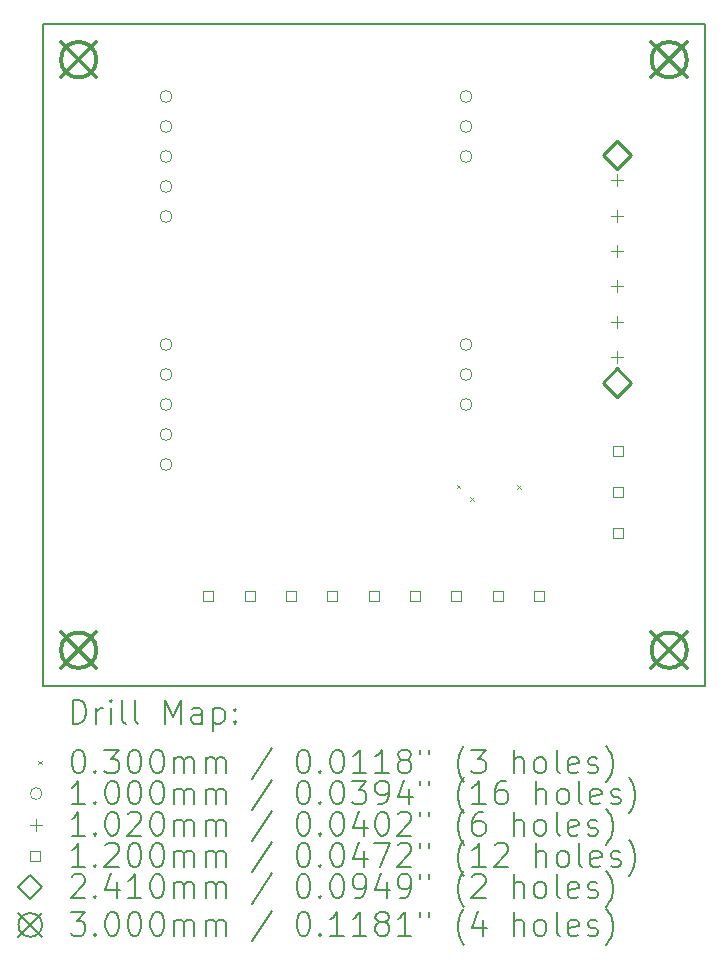
<source format=gbr>
%TF.GenerationSoftware,KiCad,Pcbnew,9.0.0*%
%TF.CreationDate,2025-04-09T17:27:36-07:00*%
%TF.ProjectId,Relay Board,52656c61-7920-4426-9f61-72642e6b6963,rev?*%
%TF.SameCoordinates,Original*%
%TF.FileFunction,Drillmap*%
%TF.FilePolarity,Positive*%
%FSLAX45Y45*%
G04 Gerber Fmt 4.5, Leading zero omitted, Abs format (unit mm)*
G04 Created by KiCad (PCBNEW 9.0.0) date 2025-04-09 17:27:36*
%MOMM*%
%LPD*%
G01*
G04 APERTURE LIST*
%ADD10C,0.200000*%
%ADD11C,0.100000*%
%ADD12C,0.102000*%
%ADD13C,0.120000*%
%ADD14C,0.241000*%
%ADD15C,0.300000*%
G04 APERTURE END LIST*
D10*
X9740000Y-9300000D02*
X15340000Y-9300000D01*
X15340000Y-14900000D01*
X9740000Y-14900000D01*
X9740000Y-9300000D01*
D11*
X13240000Y-13200000D02*
X13270000Y-13230000D01*
X13270000Y-13200000D02*
X13240000Y-13230000D01*
X13355000Y-13305000D02*
X13385000Y-13335000D01*
X13385000Y-13305000D02*
X13355000Y-13335000D01*
X13752500Y-13204653D02*
X13782500Y-13234653D01*
X13782500Y-13204653D02*
X13752500Y-13234653D01*
X10830000Y-9912000D02*
G75*
G02*
X10730000Y-9912000I-50000J0D01*
G01*
X10730000Y-9912000D02*
G75*
G02*
X10830000Y-9912000I50000J0D01*
G01*
X10830000Y-10166000D02*
G75*
G02*
X10730000Y-10166000I-50000J0D01*
G01*
X10730000Y-10166000D02*
G75*
G02*
X10830000Y-10166000I50000J0D01*
G01*
X10830000Y-10420000D02*
G75*
G02*
X10730000Y-10420000I-50000J0D01*
G01*
X10730000Y-10420000D02*
G75*
G02*
X10830000Y-10420000I50000J0D01*
G01*
X10830000Y-10674000D02*
G75*
G02*
X10730000Y-10674000I-50000J0D01*
G01*
X10730000Y-10674000D02*
G75*
G02*
X10830000Y-10674000I50000J0D01*
G01*
X10830000Y-10928000D02*
G75*
G02*
X10730000Y-10928000I-50000J0D01*
G01*
X10730000Y-10928000D02*
G75*
G02*
X10830000Y-10928000I50000J0D01*
G01*
X10830000Y-12012000D02*
G75*
G02*
X10730000Y-12012000I-50000J0D01*
G01*
X10730000Y-12012000D02*
G75*
G02*
X10830000Y-12012000I50000J0D01*
G01*
X10830000Y-12266000D02*
G75*
G02*
X10730000Y-12266000I-50000J0D01*
G01*
X10730000Y-12266000D02*
G75*
G02*
X10830000Y-12266000I50000J0D01*
G01*
X10830000Y-12520000D02*
G75*
G02*
X10730000Y-12520000I-50000J0D01*
G01*
X10730000Y-12520000D02*
G75*
G02*
X10830000Y-12520000I50000J0D01*
G01*
X10830000Y-12774000D02*
G75*
G02*
X10730000Y-12774000I-50000J0D01*
G01*
X10730000Y-12774000D02*
G75*
G02*
X10830000Y-12774000I50000J0D01*
G01*
X10830000Y-13028000D02*
G75*
G02*
X10730000Y-13028000I-50000J0D01*
G01*
X10730000Y-13028000D02*
G75*
G02*
X10830000Y-13028000I50000J0D01*
G01*
X13370000Y-9912000D02*
G75*
G02*
X13270000Y-9912000I-50000J0D01*
G01*
X13270000Y-9912000D02*
G75*
G02*
X13370000Y-9912000I50000J0D01*
G01*
X13370000Y-10166000D02*
G75*
G02*
X13270000Y-10166000I-50000J0D01*
G01*
X13270000Y-10166000D02*
G75*
G02*
X13370000Y-10166000I50000J0D01*
G01*
X13370000Y-10420000D02*
G75*
G02*
X13270000Y-10420000I-50000J0D01*
G01*
X13270000Y-10420000D02*
G75*
G02*
X13370000Y-10420000I50000J0D01*
G01*
X13370000Y-12012000D02*
G75*
G02*
X13270000Y-12012000I-50000J0D01*
G01*
X13270000Y-12012000D02*
G75*
G02*
X13370000Y-12012000I50000J0D01*
G01*
X13370000Y-12266000D02*
G75*
G02*
X13270000Y-12266000I-50000J0D01*
G01*
X13270000Y-12266000D02*
G75*
G02*
X13370000Y-12266000I50000J0D01*
G01*
X13370000Y-12520000D02*
G75*
G02*
X13270000Y-12520000I-50000J0D01*
G01*
X13270000Y-12520000D02*
G75*
G02*
X13370000Y-12520000I50000J0D01*
G01*
D12*
X14600000Y-10569000D02*
X14600000Y-10671000D01*
X14549000Y-10620000D02*
X14651000Y-10620000D01*
X14600000Y-10869000D02*
X14600000Y-10971000D01*
X14549000Y-10920000D02*
X14651000Y-10920000D01*
X14600000Y-11169000D02*
X14600000Y-11271000D01*
X14549000Y-11220000D02*
X14651000Y-11220000D01*
X14600000Y-11469000D02*
X14600000Y-11571000D01*
X14549000Y-11520000D02*
X14651000Y-11520000D01*
X14600000Y-11769000D02*
X14600000Y-11871000D01*
X14549000Y-11820000D02*
X14651000Y-11820000D01*
X14600000Y-12069000D02*
X14600000Y-12171000D01*
X14549000Y-12120000D02*
X14651000Y-12120000D01*
D13*
X11180248Y-14182427D02*
X11180248Y-14097573D01*
X11095395Y-14097573D01*
X11095395Y-14182427D01*
X11180248Y-14182427D01*
X11530248Y-14182427D02*
X11530248Y-14097573D01*
X11445395Y-14097573D01*
X11445395Y-14182427D01*
X11530248Y-14182427D01*
X11880248Y-14182427D02*
X11880248Y-14097573D01*
X11795395Y-14097573D01*
X11795395Y-14182427D01*
X11880248Y-14182427D01*
X12230248Y-14182427D02*
X12230248Y-14097573D01*
X12145395Y-14097573D01*
X12145395Y-14182427D01*
X12230248Y-14182427D01*
X12580248Y-14182427D02*
X12580248Y-14097573D01*
X12495395Y-14097573D01*
X12495395Y-14182427D01*
X12580248Y-14182427D01*
X12930248Y-14182427D02*
X12930248Y-14097573D01*
X12845395Y-14097573D01*
X12845395Y-14182427D01*
X12930248Y-14182427D01*
X13280248Y-14182427D02*
X13280248Y-14097573D01*
X13195395Y-14097573D01*
X13195395Y-14182427D01*
X13280248Y-14182427D01*
X13630248Y-14182427D02*
X13630248Y-14097573D01*
X13545395Y-14097573D01*
X13545395Y-14182427D01*
X13630248Y-14182427D01*
X13980248Y-14182427D02*
X13980248Y-14097573D01*
X13895395Y-14097573D01*
X13895395Y-14182427D01*
X13980248Y-14182427D01*
X14652427Y-12952427D02*
X14652427Y-12867573D01*
X14567573Y-12867573D01*
X14567573Y-12952427D01*
X14652427Y-12952427D01*
X14652427Y-13302427D02*
X14652427Y-13217573D01*
X14567573Y-13217573D01*
X14567573Y-13302427D01*
X14652427Y-13302427D01*
X14652427Y-13652427D02*
X14652427Y-13567573D01*
X14567573Y-13567573D01*
X14567573Y-13652427D01*
X14652427Y-13652427D01*
D14*
X14600000Y-10525500D02*
X14720500Y-10405000D01*
X14600000Y-10284500D01*
X14479500Y-10405000D01*
X14600000Y-10525500D01*
X14600000Y-12455500D02*
X14720500Y-12335000D01*
X14600000Y-12214500D01*
X14479500Y-12335000D01*
X14600000Y-12455500D01*
D15*
X9890000Y-9450000D02*
X10190000Y-9750000D01*
X10190000Y-9450000D02*
X9890000Y-9750000D01*
X10190000Y-9600000D02*
G75*
G02*
X9890000Y-9600000I-150000J0D01*
G01*
X9890000Y-9600000D02*
G75*
G02*
X10190000Y-9600000I150000J0D01*
G01*
X9890000Y-14450000D02*
X10190000Y-14750000D01*
X10190000Y-14450000D02*
X9890000Y-14750000D01*
X10190000Y-14600000D02*
G75*
G02*
X9890000Y-14600000I-150000J0D01*
G01*
X9890000Y-14600000D02*
G75*
G02*
X10190000Y-14600000I150000J0D01*
G01*
X14890000Y-9450000D02*
X15190000Y-9750000D01*
X15190000Y-9450000D02*
X14890000Y-9750000D01*
X15190000Y-9600000D02*
G75*
G02*
X14890000Y-9600000I-150000J0D01*
G01*
X14890000Y-9600000D02*
G75*
G02*
X15190000Y-9600000I150000J0D01*
G01*
X14890000Y-14450000D02*
X15190000Y-14750000D01*
X15190000Y-14450000D02*
X14890000Y-14750000D01*
X15190000Y-14600000D02*
G75*
G02*
X14890000Y-14600000I-150000J0D01*
G01*
X14890000Y-14600000D02*
G75*
G02*
X15190000Y-14600000I150000J0D01*
G01*
D10*
X9990777Y-15221484D02*
X9990777Y-15021484D01*
X9990777Y-15021484D02*
X10038396Y-15021484D01*
X10038396Y-15021484D02*
X10066967Y-15031008D01*
X10066967Y-15031008D02*
X10086015Y-15050055D01*
X10086015Y-15050055D02*
X10095539Y-15069103D01*
X10095539Y-15069103D02*
X10105063Y-15107198D01*
X10105063Y-15107198D02*
X10105063Y-15135769D01*
X10105063Y-15135769D02*
X10095539Y-15173865D01*
X10095539Y-15173865D02*
X10086015Y-15192912D01*
X10086015Y-15192912D02*
X10066967Y-15211960D01*
X10066967Y-15211960D02*
X10038396Y-15221484D01*
X10038396Y-15221484D02*
X9990777Y-15221484D01*
X10190777Y-15221484D02*
X10190777Y-15088150D01*
X10190777Y-15126246D02*
X10200301Y-15107198D01*
X10200301Y-15107198D02*
X10209824Y-15097674D01*
X10209824Y-15097674D02*
X10228872Y-15088150D01*
X10228872Y-15088150D02*
X10247920Y-15088150D01*
X10314586Y-15221484D02*
X10314586Y-15088150D01*
X10314586Y-15021484D02*
X10305063Y-15031008D01*
X10305063Y-15031008D02*
X10314586Y-15040531D01*
X10314586Y-15040531D02*
X10324110Y-15031008D01*
X10324110Y-15031008D02*
X10314586Y-15021484D01*
X10314586Y-15021484D02*
X10314586Y-15040531D01*
X10438396Y-15221484D02*
X10419348Y-15211960D01*
X10419348Y-15211960D02*
X10409824Y-15192912D01*
X10409824Y-15192912D02*
X10409824Y-15021484D01*
X10543158Y-15221484D02*
X10524110Y-15211960D01*
X10524110Y-15211960D02*
X10514586Y-15192912D01*
X10514586Y-15192912D02*
X10514586Y-15021484D01*
X10771729Y-15221484D02*
X10771729Y-15021484D01*
X10771729Y-15021484D02*
X10838396Y-15164341D01*
X10838396Y-15164341D02*
X10905063Y-15021484D01*
X10905063Y-15021484D02*
X10905063Y-15221484D01*
X11086015Y-15221484D02*
X11086015Y-15116722D01*
X11086015Y-15116722D02*
X11076491Y-15097674D01*
X11076491Y-15097674D02*
X11057444Y-15088150D01*
X11057444Y-15088150D02*
X11019348Y-15088150D01*
X11019348Y-15088150D02*
X11000301Y-15097674D01*
X11086015Y-15211960D02*
X11066967Y-15221484D01*
X11066967Y-15221484D02*
X11019348Y-15221484D01*
X11019348Y-15221484D02*
X11000301Y-15211960D01*
X11000301Y-15211960D02*
X10990777Y-15192912D01*
X10990777Y-15192912D02*
X10990777Y-15173865D01*
X10990777Y-15173865D02*
X11000301Y-15154817D01*
X11000301Y-15154817D02*
X11019348Y-15145293D01*
X11019348Y-15145293D02*
X11066967Y-15145293D01*
X11066967Y-15145293D02*
X11086015Y-15135769D01*
X11181253Y-15088150D02*
X11181253Y-15288150D01*
X11181253Y-15097674D02*
X11200301Y-15088150D01*
X11200301Y-15088150D02*
X11238396Y-15088150D01*
X11238396Y-15088150D02*
X11257443Y-15097674D01*
X11257443Y-15097674D02*
X11266967Y-15107198D01*
X11266967Y-15107198D02*
X11276491Y-15126246D01*
X11276491Y-15126246D02*
X11276491Y-15183388D01*
X11276491Y-15183388D02*
X11266967Y-15202436D01*
X11266967Y-15202436D02*
X11257443Y-15211960D01*
X11257443Y-15211960D02*
X11238396Y-15221484D01*
X11238396Y-15221484D02*
X11200301Y-15221484D01*
X11200301Y-15221484D02*
X11181253Y-15211960D01*
X11362205Y-15202436D02*
X11371729Y-15211960D01*
X11371729Y-15211960D02*
X11362205Y-15221484D01*
X11362205Y-15221484D02*
X11352682Y-15211960D01*
X11352682Y-15211960D02*
X11362205Y-15202436D01*
X11362205Y-15202436D02*
X11362205Y-15221484D01*
X11362205Y-15097674D02*
X11371729Y-15107198D01*
X11371729Y-15107198D02*
X11362205Y-15116722D01*
X11362205Y-15116722D02*
X11352682Y-15107198D01*
X11352682Y-15107198D02*
X11362205Y-15097674D01*
X11362205Y-15097674D02*
X11362205Y-15116722D01*
D11*
X9700000Y-15535000D02*
X9730000Y-15565000D01*
X9730000Y-15535000D02*
X9700000Y-15565000D01*
D10*
X10028872Y-15441484D02*
X10047920Y-15441484D01*
X10047920Y-15441484D02*
X10066967Y-15451008D01*
X10066967Y-15451008D02*
X10076491Y-15460531D01*
X10076491Y-15460531D02*
X10086015Y-15479579D01*
X10086015Y-15479579D02*
X10095539Y-15517674D01*
X10095539Y-15517674D02*
X10095539Y-15565293D01*
X10095539Y-15565293D02*
X10086015Y-15603388D01*
X10086015Y-15603388D02*
X10076491Y-15622436D01*
X10076491Y-15622436D02*
X10066967Y-15631960D01*
X10066967Y-15631960D02*
X10047920Y-15641484D01*
X10047920Y-15641484D02*
X10028872Y-15641484D01*
X10028872Y-15641484D02*
X10009824Y-15631960D01*
X10009824Y-15631960D02*
X10000301Y-15622436D01*
X10000301Y-15622436D02*
X9990777Y-15603388D01*
X9990777Y-15603388D02*
X9981253Y-15565293D01*
X9981253Y-15565293D02*
X9981253Y-15517674D01*
X9981253Y-15517674D02*
X9990777Y-15479579D01*
X9990777Y-15479579D02*
X10000301Y-15460531D01*
X10000301Y-15460531D02*
X10009824Y-15451008D01*
X10009824Y-15451008D02*
X10028872Y-15441484D01*
X10181253Y-15622436D02*
X10190777Y-15631960D01*
X10190777Y-15631960D02*
X10181253Y-15641484D01*
X10181253Y-15641484D02*
X10171729Y-15631960D01*
X10171729Y-15631960D02*
X10181253Y-15622436D01*
X10181253Y-15622436D02*
X10181253Y-15641484D01*
X10257444Y-15441484D02*
X10381253Y-15441484D01*
X10381253Y-15441484D02*
X10314586Y-15517674D01*
X10314586Y-15517674D02*
X10343158Y-15517674D01*
X10343158Y-15517674D02*
X10362205Y-15527198D01*
X10362205Y-15527198D02*
X10371729Y-15536722D01*
X10371729Y-15536722D02*
X10381253Y-15555769D01*
X10381253Y-15555769D02*
X10381253Y-15603388D01*
X10381253Y-15603388D02*
X10371729Y-15622436D01*
X10371729Y-15622436D02*
X10362205Y-15631960D01*
X10362205Y-15631960D02*
X10343158Y-15641484D01*
X10343158Y-15641484D02*
X10286015Y-15641484D01*
X10286015Y-15641484D02*
X10266967Y-15631960D01*
X10266967Y-15631960D02*
X10257444Y-15622436D01*
X10505063Y-15441484D02*
X10524110Y-15441484D01*
X10524110Y-15441484D02*
X10543158Y-15451008D01*
X10543158Y-15451008D02*
X10552682Y-15460531D01*
X10552682Y-15460531D02*
X10562205Y-15479579D01*
X10562205Y-15479579D02*
X10571729Y-15517674D01*
X10571729Y-15517674D02*
X10571729Y-15565293D01*
X10571729Y-15565293D02*
X10562205Y-15603388D01*
X10562205Y-15603388D02*
X10552682Y-15622436D01*
X10552682Y-15622436D02*
X10543158Y-15631960D01*
X10543158Y-15631960D02*
X10524110Y-15641484D01*
X10524110Y-15641484D02*
X10505063Y-15641484D01*
X10505063Y-15641484D02*
X10486015Y-15631960D01*
X10486015Y-15631960D02*
X10476491Y-15622436D01*
X10476491Y-15622436D02*
X10466967Y-15603388D01*
X10466967Y-15603388D02*
X10457444Y-15565293D01*
X10457444Y-15565293D02*
X10457444Y-15517674D01*
X10457444Y-15517674D02*
X10466967Y-15479579D01*
X10466967Y-15479579D02*
X10476491Y-15460531D01*
X10476491Y-15460531D02*
X10486015Y-15451008D01*
X10486015Y-15451008D02*
X10505063Y-15441484D01*
X10695539Y-15441484D02*
X10714586Y-15441484D01*
X10714586Y-15441484D02*
X10733634Y-15451008D01*
X10733634Y-15451008D02*
X10743158Y-15460531D01*
X10743158Y-15460531D02*
X10752682Y-15479579D01*
X10752682Y-15479579D02*
X10762205Y-15517674D01*
X10762205Y-15517674D02*
X10762205Y-15565293D01*
X10762205Y-15565293D02*
X10752682Y-15603388D01*
X10752682Y-15603388D02*
X10743158Y-15622436D01*
X10743158Y-15622436D02*
X10733634Y-15631960D01*
X10733634Y-15631960D02*
X10714586Y-15641484D01*
X10714586Y-15641484D02*
X10695539Y-15641484D01*
X10695539Y-15641484D02*
X10676491Y-15631960D01*
X10676491Y-15631960D02*
X10666967Y-15622436D01*
X10666967Y-15622436D02*
X10657444Y-15603388D01*
X10657444Y-15603388D02*
X10647920Y-15565293D01*
X10647920Y-15565293D02*
X10647920Y-15517674D01*
X10647920Y-15517674D02*
X10657444Y-15479579D01*
X10657444Y-15479579D02*
X10666967Y-15460531D01*
X10666967Y-15460531D02*
X10676491Y-15451008D01*
X10676491Y-15451008D02*
X10695539Y-15441484D01*
X10847920Y-15641484D02*
X10847920Y-15508150D01*
X10847920Y-15527198D02*
X10857444Y-15517674D01*
X10857444Y-15517674D02*
X10876491Y-15508150D01*
X10876491Y-15508150D02*
X10905063Y-15508150D01*
X10905063Y-15508150D02*
X10924110Y-15517674D01*
X10924110Y-15517674D02*
X10933634Y-15536722D01*
X10933634Y-15536722D02*
X10933634Y-15641484D01*
X10933634Y-15536722D02*
X10943158Y-15517674D01*
X10943158Y-15517674D02*
X10962205Y-15508150D01*
X10962205Y-15508150D02*
X10990777Y-15508150D01*
X10990777Y-15508150D02*
X11009825Y-15517674D01*
X11009825Y-15517674D02*
X11019348Y-15536722D01*
X11019348Y-15536722D02*
X11019348Y-15641484D01*
X11114586Y-15641484D02*
X11114586Y-15508150D01*
X11114586Y-15527198D02*
X11124110Y-15517674D01*
X11124110Y-15517674D02*
X11143158Y-15508150D01*
X11143158Y-15508150D02*
X11171729Y-15508150D01*
X11171729Y-15508150D02*
X11190777Y-15517674D01*
X11190777Y-15517674D02*
X11200301Y-15536722D01*
X11200301Y-15536722D02*
X11200301Y-15641484D01*
X11200301Y-15536722D02*
X11209824Y-15517674D01*
X11209824Y-15517674D02*
X11228872Y-15508150D01*
X11228872Y-15508150D02*
X11257443Y-15508150D01*
X11257443Y-15508150D02*
X11276491Y-15517674D01*
X11276491Y-15517674D02*
X11286015Y-15536722D01*
X11286015Y-15536722D02*
X11286015Y-15641484D01*
X11676491Y-15431960D02*
X11505063Y-15689103D01*
X11933634Y-15441484D02*
X11952682Y-15441484D01*
X11952682Y-15441484D02*
X11971729Y-15451008D01*
X11971729Y-15451008D02*
X11981253Y-15460531D01*
X11981253Y-15460531D02*
X11990777Y-15479579D01*
X11990777Y-15479579D02*
X12000301Y-15517674D01*
X12000301Y-15517674D02*
X12000301Y-15565293D01*
X12000301Y-15565293D02*
X11990777Y-15603388D01*
X11990777Y-15603388D02*
X11981253Y-15622436D01*
X11981253Y-15622436D02*
X11971729Y-15631960D01*
X11971729Y-15631960D02*
X11952682Y-15641484D01*
X11952682Y-15641484D02*
X11933634Y-15641484D01*
X11933634Y-15641484D02*
X11914586Y-15631960D01*
X11914586Y-15631960D02*
X11905063Y-15622436D01*
X11905063Y-15622436D02*
X11895539Y-15603388D01*
X11895539Y-15603388D02*
X11886015Y-15565293D01*
X11886015Y-15565293D02*
X11886015Y-15517674D01*
X11886015Y-15517674D02*
X11895539Y-15479579D01*
X11895539Y-15479579D02*
X11905063Y-15460531D01*
X11905063Y-15460531D02*
X11914586Y-15451008D01*
X11914586Y-15451008D02*
X11933634Y-15441484D01*
X12086015Y-15622436D02*
X12095539Y-15631960D01*
X12095539Y-15631960D02*
X12086015Y-15641484D01*
X12086015Y-15641484D02*
X12076491Y-15631960D01*
X12076491Y-15631960D02*
X12086015Y-15622436D01*
X12086015Y-15622436D02*
X12086015Y-15641484D01*
X12219348Y-15441484D02*
X12238396Y-15441484D01*
X12238396Y-15441484D02*
X12257444Y-15451008D01*
X12257444Y-15451008D02*
X12266967Y-15460531D01*
X12266967Y-15460531D02*
X12276491Y-15479579D01*
X12276491Y-15479579D02*
X12286015Y-15517674D01*
X12286015Y-15517674D02*
X12286015Y-15565293D01*
X12286015Y-15565293D02*
X12276491Y-15603388D01*
X12276491Y-15603388D02*
X12266967Y-15622436D01*
X12266967Y-15622436D02*
X12257444Y-15631960D01*
X12257444Y-15631960D02*
X12238396Y-15641484D01*
X12238396Y-15641484D02*
X12219348Y-15641484D01*
X12219348Y-15641484D02*
X12200301Y-15631960D01*
X12200301Y-15631960D02*
X12190777Y-15622436D01*
X12190777Y-15622436D02*
X12181253Y-15603388D01*
X12181253Y-15603388D02*
X12171729Y-15565293D01*
X12171729Y-15565293D02*
X12171729Y-15517674D01*
X12171729Y-15517674D02*
X12181253Y-15479579D01*
X12181253Y-15479579D02*
X12190777Y-15460531D01*
X12190777Y-15460531D02*
X12200301Y-15451008D01*
X12200301Y-15451008D02*
X12219348Y-15441484D01*
X12476491Y-15641484D02*
X12362206Y-15641484D01*
X12419348Y-15641484D02*
X12419348Y-15441484D01*
X12419348Y-15441484D02*
X12400301Y-15470055D01*
X12400301Y-15470055D02*
X12381253Y-15489103D01*
X12381253Y-15489103D02*
X12362206Y-15498627D01*
X12666967Y-15641484D02*
X12552682Y-15641484D01*
X12609825Y-15641484D02*
X12609825Y-15441484D01*
X12609825Y-15441484D02*
X12590777Y-15470055D01*
X12590777Y-15470055D02*
X12571729Y-15489103D01*
X12571729Y-15489103D02*
X12552682Y-15498627D01*
X12781253Y-15527198D02*
X12762206Y-15517674D01*
X12762206Y-15517674D02*
X12752682Y-15508150D01*
X12752682Y-15508150D02*
X12743158Y-15489103D01*
X12743158Y-15489103D02*
X12743158Y-15479579D01*
X12743158Y-15479579D02*
X12752682Y-15460531D01*
X12752682Y-15460531D02*
X12762206Y-15451008D01*
X12762206Y-15451008D02*
X12781253Y-15441484D01*
X12781253Y-15441484D02*
X12819348Y-15441484D01*
X12819348Y-15441484D02*
X12838396Y-15451008D01*
X12838396Y-15451008D02*
X12847920Y-15460531D01*
X12847920Y-15460531D02*
X12857444Y-15479579D01*
X12857444Y-15479579D02*
X12857444Y-15489103D01*
X12857444Y-15489103D02*
X12847920Y-15508150D01*
X12847920Y-15508150D02*
X12838396Y-15517674D01*
X12838396Y-15517674D02*
X12819348Y-15527198D01*
X12819348Y-15527198D02*
X12781253Y-15527198D01*
X12781253Y-15527198D02*
X12762206Y-15536722D01*
X12762206Y-15536722D02*
X12752682Y-15546246D01*
X12752682Y-15546246D02*
X12743158Y-15565293D01*
X12743158Y-15565293D02*
X12743158Y-15603388D01*
X12743158Y-15603388D02*
X12752682Y-15622436D01*
X12752682Y-15622436D02*
X12762206Y-15631960D01*
X12762206Y-15631960D02*
X12781253Y-15641484D01*
X12781253Y-15641484D02*
X12819348Y-15641484D01*
X12819348Y-15641484D02*
X12838396Y-15631960D01*
X12838396Y-15631960D02*
X12847920Y-15622436D01*
X12847920Y-15622436D02*
X12857444Y-15603388D01*
X12857444Y-15603388D02*
X12857444Y-15565293D01*
X12857444Y-15565293D02*
X12847920Y-15546246D01*
X12847920Y-15546246D02*
X12838396Y-15536722D01*
X12838396Y-15536722D02*
X12819348Y-15527198D01*
X12933634Y-15441484D02*
X12933634Y-15479579D01*
X13009825Y-15441484D02*
X13009825Y-15479579D01*
X13305063Y-15717674D02*
X13295539Y-15708150D01*
X13295539Y-15708150D02*
X13276491Y-15679579D01*
X13276491Y-15679579D02*
X13266968Y-15660531D01*
X13266968Y-15660531D02*
X13257444Y-15631960D01*
X13257444Y-15631960D02*
X13247920Y-15584341D01*
X13247920Y-15584341D02*
X13247920Y-15546246D01*
X13247920Y-15546246D02*
X13257444Y-15498627D01*
X13257444Y-15498627D02*
X13266968Y-15470055D01*
X13266968Y-15470055D02*
X13276491Y-15451008D01*
X13276491Y-15451008D02*
X13295539Y-15422436D01*
X13295539Y-15422436D02*
X13305063Y-15412912D01*
X13362206Y-15441484D02*
X13486015Y-15441484D01*
X13486015Y-15441484D02*
X13419348Y-15517674D01*
X13419348Y-15517674D02*
X13447920Y-15517674D01*
X13447920Y-15517674D02*
X13466968Y-15527198D01*
X13466968Y-15527198D02*
X13476491Y-15536722D01*
X13476491Y-15536722D02*
X13486015Y-15555769D01*
X13486015Y-15555769D02*
X13486015Y-15603388D01*
X13486015Y-15603388D02*
X13476491Y-15622436D01*
X13476491Y-15622436D02*
X13466968Y-15631960D01*
X13466968Y-15631960D02*
X13447920Y-15641484D01*
X13447920Y-15641484D02*
X13390777Y-15641484D01*
X13390777Y-15641484D02*
X13371729Y-15631960D01*
X13371729Y-15631960D02*
X13362206Y-15622436D01*
X13724110Y-15641484D02*
X13724110Y-15441484D01*
X13809825Y-15641484D02*
X13809825Y-15536722D01*
X13809825Y-15536722D02*
X13800301Y-15517674D01*
X13800301Y-15517674D02*
X13781253Y-15508150D01*
X13781253Y-15508150D02*
X13752682Y-15508150D01*
X13752682Y-15508150D02*
X13733634Y-15517674D01*
X13733634Y-15517674D02*
X13724110Y-15527198D01*
X13933634Y-15641484D02*
X13914587Y-15631960D01*
X13914587Y-15631960D02*
X13905063Y-15622436D01*
X13905063Y-15622436D02*
X13895539Y-15603388D01*
X13895539Y-15603388D02*
X13895539Y-15546246D01*
X13895539Y-15546246D02*
X13905063Y-15527198D01*
X13905063Y-15527198D02*
X13914587Y-15517674D01*
X13914587Y-15517674D02*
X13933634Y-15508150D01*
X13933634Y-15508150D02*
X13962206Y-15508150D01*
X13962206Y-15508150D02*
X13981253Y-15517674D01*
X13981253Y-15517674D02*
X13990777Y-15527198D01*
X13990777Y-15527198D02*
X14000301Y-15546246D01*
X14000301Y-15546246D02*
X14000301Y-15603388D01*
X14000301Y-15603388D02*
X13990777Y-15622436D01*
X13990777Y-15622436D02*
X13981253Y-15631960D01*
X13981253Y-15631960D02*
X13962206Y-15641484D01*
X13962206Y-15641484D02*
X13933634Y-15641484D01*
X14114587Y-15641484D02*
X14095539Y-15631960D01*
X14095539Y-15631960D02*
X14086015Y-15612912D01*
X14086015Y-15612912D02*
X14086015Y-15441484D01*
X14266968Y-15631960D02*
X14247920Y-15641484D01*
X14247920Y-15641484D02*
X14209825Y-15641484D01*
X14209825Y-15641484D02*
X14190777Y-15631960D01*
X14190777Y-15631960D02*
X14181253Y-15612912D01*
X14181253Y-15612912D02*
X14181253Y-15536722D01*
X14181253Y-15536722D02*
X14190777Y-15517674D01*
X14190777Y-15517674D02*
X14209825Y-15508150D01*
X14209825Y-15508150D02*
X14247920Y-15508150D01*
X14247920Y-15508150D02*
X14266968Y-15517674D01*
X14266968Y-15517674D02*
X14276491Y-15536722D01*
X14276491Y-15536722D02*
X14276491Y-15555769D01*
X14276491Y-15555769D02*
X14181253Y-15574817D01*
X14352682Y-15631960D02*
X14371730Y-15641484D01*
X14371730Y-15641484D02*
X14409825Y-15641484D01*
X14409825Y-15641484D02*
X14428872Y-15631960D01*
X14428872Y-15631960D02*
X14438396Y-15612912D01*
X14438396Y-15612912D02*
X14438396Y-15603388D01*
X14438396Y-15603388D02*
X14428872Y-15584341D01*
X14428872Y-15584341D02*
X14409825Y-15574817D01*
X14409825Y-15574817D02*
X14381253Y-15574817D01*
X14381253Y-15574817D02*
X14362206Y-15565293D01*
X14362206Y-15565293D02*
X14352682Y-15546246D01*
X14352682Y-15546246D02*
X14352682Y-15536722D01*
X14352682Y-15536722D02*
X14362206Y-15517674D01*
X14362206Y-15517674D02*
X14381253Y-15508150D01*
X14381253Y-15508150D02*
X14409825Y-15508150D01*
X14409825Y-15508150D02*
X14428872Y-15517674D01*
X14505063Y-15717674D02*
X14514587Y-15708150D01*
X14514587Y-15708150D02*
X14533634Y-15679579D01*
X14533634Y-15679579D02*
X14543158Y-15660531D01*
X14543158Y-15660531D02*
X14552682Y-15631960D01*
X14552682Y-15631960D02*
X14562206Y-15584341D01*
X14562206Y-15584341D02*
X14562206Y-15546246D01*
X14562206Y-15546246D02*
X14552682Y-15498627D01*
X14552682Y-15498627D02*
X14543158Y-15470055D01*
X14543158Y-15470055D02*
X14533634Y-15451008D01*
X14533634Y-15451008D02*
X14514587Y-15422436D01*
X14514587Y-15422436D02*
X14505063Y-15412912D01*
D11*
X9730000Y-15814000D02*
G75*
G02*
X9630000Y-15814000I-50000J0D01*
G01*
X9630000Y-15814000D02*
G75*
G02*
X9730000Y-15814000I50000J0D01*
G01*
D10*
X10095539Y-15905484D02*
X9981253Y-15905484D01*
X10038396Y-15905484D02*
X10038396Y-15705484D01*
X10038396Y-15705484D02*
X10019348Y-15734055D01*
X10019348Y-15734055D02*
X10000301Y-15753103D01*
X10000301Y-15753103D02*
X9981253Y-15762627D01*
X10181253Y-15886436D02*
X10190777Y-15895960D01*
X10190777Y-15895960D02*
X10181253Y-15905484D01*
X10181253Y-15905484D02*
X10171729Y-15895960D01*
X10171729Y-15895960D02*
X10181253Y-15886436D01*
X10181253Y-15886436D02*
X10181253Y-15905484D01*
X10314586Y-15705484D02*
X10333634Y-15705484D01*
X10333634Y-15705484D02*
X10352682Y-15715008D01*
X10352682Y-15715008D02*
X10362205Y-15724531D01*
X10362205Y-15724531D02*
X10371729Y-15743579D01*
X10371729Y-15743579D02*
X10381253Y-15781674D01*
X10381253Y-15781674D02*
X10381253Y-15829293D01*
X10381253Y-15829293D02*
X10371729Y-15867388D01*
X10371729Y-15867388D02*
X10362205Y-15886436D01*
X10362205Y-15886436D02*
X10352682Y-15895960D01*
X10352682Y-15895960D02*
X10333634Y-15905484D01*
X10333634Y-15905484D02*
X10314586Y-15905484D01*
X10314586Y-15905484D02*
X10295539Y-15895960D01*
X10295539Y-15895960D02*
X10286015Y-15886436D01*
X10286015Y-15886436D02*
X10276491Y-15867388D01*
X10276491Y-15867388D02*
X10266967Y-15829293D01*
X10266967Y-15829293D02*
X10266967Y-15781674D01*
X10266967Y-15781674D02*
X10276491Y-15743579D01*
X10276491Y-15743579D02*
X10286015Y-15724531D01*
X10286015Y-15724531D02*
X10295539Y-15715008D01*
X10295539Y-15715008D02*
X10314586Y-15705484D01*
X10505063Y-15705484D02*
X10524110Y-15705484D01*
X10524110Y-15705484D02*
X10543158Y-15715008D01*
X10543158Y-15715008D02*
X10552682Y-15724531D01*
X10552682Y-15724531D02*
X10562205Y-15743579D01*
X10562205Y-15743579D02*
X10571729Y-15781674D01*
X10571729Y-15781674D02*
X10571729Y-15829293D01*
X10571729Y-15829293D02*
X10562205Y-15867388D01*
X10562205Y-15867388D02*
X10552682Y-15886436D01*
X10552682Y-15886436D02*
X10543158Y-15895960D01*
X10543158Y-15895960D02*
X10524110Y-15905484D01*
X10524110Y-15905484D02*
X10505063Y-15905484D01*
X10505063Y-15905484D02*
X10486015Y-15895960D01*
X10486015Y-15895960D02*
X10476491Y-15886436D01*
X10476491Y-15886436D02*
X10466967Y-15867388D01*
X10466967Y-15867388D02*
X10457444Y-15829293D01*
X10457444Y-15829293D02*
X10457444Y-15781674D01*
X10457444Y-15781674D02*
X10466967Y-15743579D01*
X10466967Y-15743579D02*
X10476491Y-15724531D01*
X10476491Y-15724531D02*
X10486015Y-15715008D01*
X10486015Y-15715008D02*
X10505063Y-15705484D01*
X10695539Y-15705484D02*
X10714586Y-15705484D01*
X10714586Y-15705484D02*
X10733634Y-15715008D01*
X10733634Y-15715008D02*
X10743158Y-15724531D01*
X10743158Y-15724531D02*
X10752682Y-15743579D01*
X10752682Y-15743579D02*
X10762205Y-15781674D01*
X10762205Y-15781674D02*
X10762205Y-15829293D01*
X10762205Y-15829293D02*
X10752682Y-15867388D01*
X10752682Y-15867388D02*
X10743158Y-15886436D01*
X10743158Y-15886436D02*
X10733634Y-15895960D01*
X10733634Y-15895960D02*
X10714586Y-15905484D01*
X10714586Y-15905484D02*
X10695539Y-15905484D01*
X10695539Y-15905484D02*
X10676491Y-15895960D01*
X10676491Y-15895960D02*
X10666967Y-15886436D01*
X10666967Y-15886436D02*
X10657444Y-15867388D01*
X10657444Y-15867388D02*
X10647920Y-15829293D01*
X10647920Y-15829293D02*
X10647920Y-15781674D01*
X10647920Y-15781674D02*
X10657444Y-15743579D01*
X10657444Y-15743579D02*
X10666967Y-15724531D01*
X10666967Y-15724531D02*
X10676491Y-15715008D01*
X10676491Y-15715008D02*
X10695539Y-15705484D01*
X10847920Y-15905484D02*
X10847920Y-15772150D01*
X10847920Y-15791198D02*
X10857444Y-15781674D01*
X10857444Y-15781674D02*
X10876491Y-15772150D01*
X10876491Y-15772150D02*
X10905063Y-15772150D01*
X10905063Y-15772150D02*
X10924110Y-15781674D01*
X10924110Y-15781674D02*
X10933634Y-15800722D01*
X10933634Y-15800722D02*
X10933634Y-15905484D01*
X10933634Y-15800722D02*
X10943158Y-15781674D01*
X10943158Y-15781674D02*
X10962205Y-15772150D01*
X10962205Y-15772150D02*
X10990777Y-15772150D01*
X10990777Y-15772150D02*
X11009825Y-15781674D01*
X11009825Y-15781674D02*
X11019348Y-15800722D01*
X11019348Y-15800722D02*
X11019348Y-15905484D01*
X11114586Y-15905484D02*
X11114586Y-15772150D01*
X11114586Y-15791198D02*
X11124110Y-15781674D01*
X11124110Y-15781674D02*
X11143158Y-15772150D01*
X11143158Y-15772150D02*
X11171729Y-15772150D01*
X11171729Y-15772150D02*
X11190777Y-15781674D01*
X11190777Y-15781674D02*
X11200301Y-15800722D01*
X11200301Y-15800722D02*
X11200301Y-15905484D01*
X11200301Y-15800722D02*
X11209824Y-15781674D01*
X11209824Y-15781674D02*
X11228872Y-15772150D01*
X11228872Y-15772150D02*
X11257443Y-15772150D01*
X11257443Y-15772150D02*
X11276491Y-15781674D01*
X11276491Y-15781674D02*
X11286015Y-15800722D01*
X11286015Y-15800722D02*
X11286015Y-15905484D01*
X11676491Y-15695960D02*
X11505063Y-15953103D01*
X11933634Y-15705484D02*
X11952682Y-15705484D01*
X11952682Y-15705484D02*
X11971729Y-15715008D01*
X11971729Y-15715008D02*
X11981253Y-15724531D01*
X11981253Y-15724531D02*
X11990777Y-15743579D01*
X11990777Y-15743579D02*
X12000301Y-15781674D01*
X12000301Y-15781674D02*
X12000301Y-15829293D01*
X12000301Y-15829293D02*
X11990777Y-15867388D01*
X11990777Y-15867388D02*
X11981253Y-15886436D01*
X11981253Y-15886436D02*
X11971729Y-15895960D01*
X11971729Y-15895960D02*
X11952682Y-15905484D01*
X11952682Y-15905484D02*
X11933634Y-15905484D01*
X11933634Y-15905484D02*
X11914586Y-15895960D01*
X11914586Y-15895960D02*
X11905063Y-15886436D01*
X11905063Y-15886436D02*
X11895539Y-15867388D01*
X11895539Y-15867388D02*
X11886015Y-15829293D01*
X11886015Y-15829293D02*
X11886015Y-15781674D01*
X11886015Y-15781674D02*
X11895539Y-15743579D01*
X11895539Y-15743579D02*
X11905063Y-15724531D01*
X11905063Y-15724531D02*
X11914586Y-15715008D01*
X11914586Y-15715008D02*
X11933634Y-15705484D01*
X12086015Y-15886436D02*
X12095539Y-15895960D01*
X12095539Y-15895960D02*
X12086015Y-15905484D01*
X12086015Y-15905484D02*
X12076491Y-15895960D01*
X12076491Y-15895960D02*
X12086015Y-15886436D01*
X12086015Y-15886436D02*
X12086015Y-15905484D01*
X12219348Y-15705484D02*
X12238396Y-15705484D01*
X12238396Y-15705484D02*
X12257444Y-15715008D01*
X12257444Y-15715008D02*
X12266967Y-15724531D01*
X12266967Y-15724531D02*
X12276491Y-15743579D01*
X12276491Y-15743579D02*
X12286015Y-15781674D01*
X12286015Y-15781674D02*
X12286015Y-15829293D01*
X12286015Y-15829293D02*
X12276491Y-15867388D01*
X12276491Y-15867388D02*
X12266967Y-15886436D01*
X12266967Y-15886436D02*
X12257444Y-15895960D01*
X12257444Y-15895960D02*
X12238396Y-15905484D01*
X12238396Y-15905484D02*
X12219348Y-15905484D01*
X12219348Y-15905484D02*
X12200301Y-15895960D01*
X12200301Y-15895960D02*
X12190777Y-15886436D01*
X12190777Y-15886436D02*
X12181253Y-15867388D01*
X12181253Y-15867388D02*
X12171729Y-15829293D01*
X12171729Y-15829293D02*
X12171729Y-15781674D01*
X12171729Y-15781674D02*
X12181253Y-15743579D01*
X12181253Y-15743579D02*
X12190777Y-15724531D01*
X12190777Y-15724531D02*
X12200301Y-15715008D01*
X12200301Y-15715008D02*
X12219348Y-15705484D01*
X12352682Y-15705484D02*
X12476491Y-15705484D01*
X12476491Y-15705484D02*
X12409825Y-15781674D01*
X12409825Y-15781674D02*
X12438396Y-15781674D01*
X12438396Y-15781674D02*
X12457444Y-15791198D01*
X12457444Y-15791198D02*
X12466967Y-15800722D01*
X12466967Y-15800722D02*
X12476491Y-15819769D01*
X12476491Y-15819769D02*
X12476491Y-15867388D01*
X12476491Y-15867388D02*
X12466967Y-15886436D01*
X12466967Y-15886436D02*
X12457444Y-15895960D01*
X12457444Y-15895960D02*
X12438396Y-15905484D01*
X12438396Y-15905484D02*
X12381253Y-15905484D01*
X12381253Y-15905484D02*
X12362206Y-15895960D01*
X12362206Y-15895960D02*
X12352682Y-15886436D01*
X12571729Y-15905484D02*
X12609825Y-15905484D01*
X12609825Y-15905484D02*
X12628872Y-15895960D01*
X12628872Y-15895960D02*
X12638396Y-15886436D01*
X12638396Y-15886436D02*
X12657444Y-15857865D01*
X12657444Y-15857865D02*
X12666967Y-15819769D01*
X12666967Y-15819769D02*
X12666967Y-15743579D01*
X12666967Y-15743579D02*
X12657444Y-15724531D01*
X12657444Y-15724531D02*
X12647920Y-15715008D01*
X12647920Y-15715008D02*
X12628872Y-15705484D01*
X12628872Y-15705484D02*
X12590777Y-15705484D01*
X12590777Y-15705484D02*
X12571729Y-15715008D01*
X12571729Y-15715008D02*
X12562206Y-15724531D01*
X12562206Y-15724531D02*
X12552682Y-15743579D01*
X12552682Y-15743579D02*
X12552682Y-15791198D01*
X12552682Y-15791198D02*
X12562206Y-15810246D01*
X12562206Y-15810246D02*
X12571729Y-15819769D01*
X12571729Y-15819769D02*
X12590777Y-15829293D01*
X12590777Y-15829293D02*
X12628872Y-15829293D01*
X12628872Y-15829293D02*
X12647920Y-15819769D01*
X12647920Y-15819769D02*
X12657444Y-15810246D01*
X12657444Y-15810246D02*
X12666967Y-15791198D01*
X12838396Y-15772150D02*
X12838396Y-15905484D01*
X12790777Y-15695960D02*
X12743158Y-15838817D01*
X12743158Y-15838817D02*
X12866967Y-15838817D01*
X12933634Y-15705484D02*
X12933634Y-15743579D01*
X13009825Y-15705484D02*
X13009825Y-15743579D01*
X13305063Y-15981674D02*
X13295539Y-15972150D01*
X13295539Y-15972150D02*
X13276491Y-15943579D01*
X13276491Y-15943579D02*
X13266968Y-15924531D01*
X13266968Y-15924531D02*
X13257444Y-15895960D01*
X13257444Y-15895960D02*
X13247920Y-15848341D01*
X13247920Y-15848341D02*
X13247920Y-15810246D01*
X13247920Y-15810246D02*
X13257444Y-15762627D01*
X13257444Y-15762627D02*
X13266968Y-15734055D01*
X13266968Y-15734055D02*
X13276491Y-15715008D01*
X13276491Y-15715008D02*
X13295539Y-15686436D01*
X13295539Y-15686436D02*
X13305063Y-15676912D01*
X13486015Y-15905484D02*
X13371729Y-15905484D01*
X13428872Y-15905484D02*
X13428872Y-15705484D01*
X13428872Y-15705484D02*
X13409825Y-15734055D01*
X13409825Y-15734055D02*
X13390777Y-15753103D01*
X13390777Y-15753103D02*
X13371729Y-15762627D01*
X13657444Y-15705484D02*
X13619348Y-15705484D01*
X13619348Y-15705484D02*
X13600301Y-15715008D01*
X13600301Y-15715008D02*
X13590777Y-15724531D01*
X13590777Y-15724531D02*
X13571729Y-15753103D01*
X13571729Y-15753103D02*
X13562206Y-15791198D01*
X13562206Y-15791198D02*
X13562206Y-15867388D01*
X13562206Y-15867388D02*
X13571729Y-15886436D01*
X13571729Y-15886436D02*
X13581253Y-15895960D01*
X13581253Y-15895960D02*
X13600301Y-15905484D01*
X13600301Y-15905484D02*
X13638396Y-15905484D01*
X13638396Y-15905484D02*
X13657444Y-15895960D01*
X13657444Y-15895960D02*
X13666968Y-15886436D01*
X13666968Y-15886436D02*
X13676491Y-15867388D01*
X13676491Y-15867388D02*
X13676491Y-15819769D01*
X13676491Y-15819769D02*
X13666968Y-15800722D01*
X13666968Y-15800722D02*
X13657444Y-15791198D01*
X13657444Y-15791198D02*
X13638396Y-15781674D01*
X13638396Y-15781674D02*
X13600301Y-15781674D01*
X13600301Y-15781674D02*
X13581253Y-15791198D01*
X13581253Y-15791198D02*
X13571729Y-15800722D01*
X13571729Y-15800722D02*
X13562206Y-15819769D01*
X13914587Y-15905484D02*
X13914587Y-15705484D01*
X14000301Y-15905484D02*
X14000301Y-15800722D01*
X14000301Y-15800722D02*
X13990777Y-15781674D01*
X13990777Y-15781674D02*
X13971730Y-15772150D01*
X13971730Y-15772150D02*
X13943158Y-15772150D01*
X13943158Y-15772150D02*
X13924110Y-15781674D01*
X13924110Y-15781674D02*
X13914587Y-15791198D01*
X14124110Y-15905484D02*
X14105063Y-15895960D01*
X14105063Y-15895960D02*
X14095539Y-15886436D01*
X14095539Y-15886436D02*
X14086015Y-15867388D01*
X14086015Y-15867388D02*
X14086015Y-15810246D01*
X14086015Y-15810246D02*
X14095539Y-15791198D01*
X14095539Y-15791198D02*
X14105063Y-15781674D01*
X14105063Y-15781674D02*
X14124110Y-15772150D01*
X14124110Y-15772150D02*
X14152682Y-15772150D01*
X14152682Y-15772150D02*
X14171730Y-15781674D01*
X14171730Y-15781674D02*
X14181253Y-15791198D01*
X14181253Y-15791198D02*
X14190777Y-15810246D01*
X14190777Y-15810246D02*
X14190777Y-15867388D01*
X14190777Y-15867388D02*
X14181253Y-15886436D01*
X14181253Y-15886436D02*
X14171730Y-15895960D01*
X14171730Y-15895960D02*
X14152682Y-15905484D01*
X14152682Y-15905484D02*
X14124110Y-15905484D01*
X14305063Y-15905484D02*
X14286015Y-15895960D01*
X14286015Y-15895960D02*
X14276491Y-15876912D01*
X14276491Y-15876912D02*
X14276491Y-15705484D01*
X14457444Y-15895960D02*
X14438396Y-15905484D01*
X14438396Y-15905484D02*
X14400301Y-15905484D01*
X14400301Y-15905484D02*
X14381253Y-15895960D01*
X14381253Y-15895960D02*
X14371730Y-15876912D01*
X14371730Y-15876912D02*
X14371730Y-15800722D01*
X14371730Y-15800722D02*
X14381253Y-15781674D01*
X14381253Y-15781674D02*
X14400301Y-15772150D01*
X14400301Y-15772150D02*
X14438396Y-15772150D01*
X14438396Y-15772150D02*
X14457444Y-15781674D01*
X14457444Y-15781674D02*
X14466968Y-15800722D01*
X14466968Y-15800722D02*
X14466968Y-15819769D01*
X14466968Y-15819769D02*
X14371730Y-15838817D01*
X14543158Y-15895960D02*
X14562206Y-15905484D01*
X14562206Y-15905484D02*
X14600301Y-15905484D01*
X14600301Y-15905484D02*
X14619349Y-15895960D01*
X14619349Y-15895960D02*
X14628872Y-15876912D01*
X14628872Y-15876912D02*
X14628872Y-15867388D01*
X14628872Y-15867388D02*
X14619349Y-15848341D01*
X14619349Y-15848341D02*
X14600301Y-15838817D01*
X14600301Y-15838817D02*
X14571730Y-15838817D01*
X14571730Y-15838817D02*
X14552682Y-15829293D01*
X14552682Y-15829293D02*
X14543158Y-15810246D01*
X14543158Y-15810246D02*
X14543158Y-15800722D01*
X14543158Y-15800722D02*
X14552682Y-15781674D01*
X14552682Y-15781674D02*
X14571730Y-15772150D01*
X14571730Y-15772150D02*
X14600301Y-15772150D01*
X14600301Y-15772150D02*
X14619349Y-15781674D01*
X14695539Y-15981674D02*
X14705063Y-15972150D01*
X14705063Y-15972150D02*
X14724111Y-15943579D01*
X14724111Y-15943579D02*
X14733634Y-15924531D01*
X14733634Y-15924531D02*
X14743158Y-15895960D01*
X14743158Y-15895960D02*
X14752682Y-15848341D01*
X14752682Y-15848341D02*
X14752682Y-15810246D01*
X14752682Y-15810246D02*
X14743158Y-15762627D01*
X14743158Y-15762627D02*
X14733634Y-15734055D01*
X14733634Y-15734055D02*
X14724111Y-15715008D01*
X14724111Y-15715008D02*
X14705063Y-15686436D01*
X14705063Y-15686436D02*
X14695539Y-15676912D01*
D12*
X9679000Y-16027000D02*
X9679000Y-16129000D01*
X9628000Y-16078000D02*
X9730000Y-16078000D01*
D10*
X10095539Y-16169484D02*
X9981253Y-16169484D01*
X10038396Y-16169484D02*
X10038396Y-15969484D01*
X10038396Y-15969484D02*
X10019348Y-15998055D01*
X10019348Y-15998055D02*
X10000301Y-16017103D01*
X10000301Y-16017103D02*
X9981253Y-16026627D01*
X10181253Y-16150436D02*
X10190777Y-16159960D01*
X10190777Y-16159960D02*
X10181253Y-16169484D01*
X10181253Y-16169484D02*
X10171729Y-16159960D01*
X10171729Y-16159960D02*
X10181253Y-16150436D01*
X10181253Y-16150436D02*
X10181253Y-16169484D01*
X10314586Y-15969484D02*
X10333634Y-15969484D01*
X10333634Y-15969484D02*
X10352682Y-15979008D01*
X10352682Y-15979008D02*
X10362205Y-15988531D01*
X10362205Y-15988531D02*
X10371729Y-16007579D01*
X10371729Y-16007579D02*
X10381253Y-16045674D01*
X10381253Y-16045674D02*
X10381253Y-16093293D01*
X10381253Y-16093293D02*
X10371729Y-16131388D01*
X10371729Y-16131388D02*
X10362205Y-16150436D01*
X10362205Y-16150436D02*
X10352682Y-16159960D01*
X10352682Y-16159960D02*
X10333634Y-16169484D01*
X10333634Y-16169484D02*
X10314586Y-16169484D01*
X10314586Y-16169484D02*
X10295539Y-16159960D01*
X10295539Y-16159960D02*
X10286015Y-16150436D01*
X10286015Y-16150436D02*
X10276491Y-16131388D01*
X10276491Y-16131388D02*
X10266967Y-16093293D01*
X10266967Y-16093293D02*
X10266967Y-16045674D01*
X10266967Y-16045674D02*
X10276491Y-16007579D01*
X10276491Y-16007579D02*
X10286015Y-15988531D01*
X10286015Y-15988531D02*
X10295539Y-15979008D01*
X10295539Y-15979008D02*
X10314586Y-15969484D01*
X10457444Y-15988531D02*
X10466967Y-15979008D01*
X10466967Y-15979008D02*
X10486015Y-15969484D01*
X10486015Y-15969484D02*
X10533634Y-15969484D01*
X10533634Y-15969484D02*
X10552682Y-15979008D01*
X10552682Y-15979008D02*
X10562205Y-15988531D01*
X10562205Y-15988531D02*
X10571729Y-16007579D01*
X10571729Y-16007579D02*
X10571729Y-16026627D01*
X10571729Y-16026627D02*
X10562205Y-16055198D01*
X10562205Y-16055198D02*
X10447920Y-16169484D01*
X10447920Y-16169484D02*
X10571729Y-16169484D01*
X10695539Y-15969484D02*
X10714586Y-15969484D01*
X10714586Y-15969484D02*
X10733634Y-15979008D01*
X10733634Y-15979008D02*
X10743158Y-15988531D01*
X10743158Y-15988531D02*
X10752682Y-16007579D01*
X10752682Y-16007579D02*
X10762205Y-16045674D01*
X10762205Y-16045674D02*
X10762205Y-16093293D01*
X10762205Y-16093293D02*
X10752682Y-16131388D01*
X10752682Y-16131388D02*
X10743158Y-16150436D01*
X10743158Y-16150436D02*
X10733634Y-16159960D01*
X10733634Y-16159960D02*
X10714586Y-16169484D01*
X10714586Y-16169484D02*
X10695539Y-16169484D01*
X10695539Y-16169484D02*
X10676491Y-16159960D01*
X10676491Y-16159960D02*
X10666967Y-16150436D01*
X10666967Y-16150436D02*
X10657444Y-16131388D01*
X10657444Y-16131388D02*
X10647920Y-16093293D01*
X10647920Y-16093293D02*
X10647920Y-16045674D01*
X10647920Y-16045674D02*
X10657444Y-16007579D01*
X10657444Y-16007579D02*
X10666967Y-15988531D01*
X10666967Y-15988531D02*
X10676491Y-15979008D01*
X10676491Y-15979008D02*
X10695539Y-15969484D01*
X10847920Y-16169484D02*
X10847920Y-16036150D01*
X10847920Y-16055198D02*
X10857444Y-16045674D01*
X10857444Y-16045674D02*
X10876491Y-16036150D01*
X10876491Y-16036150D02*
X10905063Y-16036150D01*
X10905063Y-16036150D02*
X10924110Y-16045674D01*
X10924110Y-16045674D02*
X10933634Y-16064722D01*
X10933634Y-16064722D02*
X10933634Y-16169484D01*
X10933634Y-16064722D02*
X10943158Y-16045674D01*
X10943158Y-16045674D02*
X10962205Y-16036150D01*
X10962205Y-16036150D02*
X10990777Y-16036150D01*
X10990777Y-16036150D02*
X11009825Y-16045674D01*
X11009825Y-16045674D02*
X11019348Y-16064722D01*
X11019348Y-16064722D02*
X11019348Y-16169484D01*
X11114586Y-16169484D02*
X11114586Y-16036150D01*
X11114586Y-16055198D02*
X11124110Y-16045674D01*
X11124110Y-16045674D02*
X11143158Y-16036150D01*
X11143158Y-16036150D02*
X11171729Y-16036150D01*
X11171729Y-16036150D02*
X11190777Y-16045674D01*
X11190777Y-16045674D02*
X11200301Y-16064722D01*
X11200301Y-16064722D02*
X11200301Y-16169484D01*
X11200301Y-16064722D02*
X11209824Y-16045674D01*
X11209824Y-16045674D02*
X11228872Y-16036150D01*
X11228872Y-16036150D02*
X11257443Y-16036150D01*
X11257443Y-16036150D02*
X11276491Y-16045674D01*
X11276491Y-16045674D02*
X11286015Y-16064722D01*
X11286015Y-16064722D02*
X11286015Y-16169484D01*
X11676491Y-15959960D02*
X11505063Y-16217103D01*
X11933634Y-15969484D02*
X11952682Y-15969484D01*
X11952682Y-15969484D02*
X11971729Y-15979008D01*
X11971729Y-15979008D02*
X11981253Y-15988531D01*
X11981253Y-15988531D02*
X11990777Y-16007579D01*
X11990777Y-16007579D02*
X12000301Y-16045674D01*
X12000301Y-16045674D02*
X12000301Y-16093293D01*
X12000301Y-16093293D02*
X11990777Y-16131388D01*
X11990777Y-16131388D02*
X11981253Y-16150436D01*
X11981253Y-16150436D02*
X11971729Y-16159960D01*
X11971729Y-16159960D02*
X11952682Y-16169484D01*
X11952682Y-16169484D02*
X11933634Y-16169484D01*
X11933634Y-16169484D02*
X11914586Y-16159960D01*
X11914586Y-16159960D02*
X11905063Y-16150436D01*
X11905063Y-16150436D02*
X11895539Y-16131388D01*
X11895539Y-16131388D02*
X11886015Y-16093293D01*
X11886015Y-16093293D02*
X11886015Y-16045674D01*
X11886015Y-16045674D02*
X11895539Y-16007579D01*
X11895539Y-16007579D02*
X11905063Y-15988531D01*
X11905063Y-15988531D02*
X11914586Y-15979008D01*
X11914586Y-15979008D02*
X11933634Y-15969484D01*
X12086015Y-16150436D02*
X12095539Y-16159960D01*
X12095539Y-16159960D02*
X12086015Y-16169484D01*
X12086015Y-16169484D02*
X12076491Y-16159960D01*
X12076491Y-16159960D02*
X12086015Y-16150436D01*
X12086015Y-16150436D02*
X12086015Y-16169484D01*
X12219348Y-15969484D02*
X12238396Y-15969484D01*
X12238396Y-15969484D02*
X12257444Y-15979008D01*
X12257444Y-15979008D02*
X12266967Y-15988531D01*
X12266967Y-15988531D02*
X12276491Y-16007579D01*
X12276491Y-16007579D02*
X12286015Y-16045674D01*
X12286015Y-16045674D02*
X12286015Y-16093293D01*
X12286015Y-16093293D02*
X12276491Y-16131388D01*
X12276491Y-16131388D02*
X12266967Y-16150436D01*
X12266967Y-16150436D02*
X12257444Y-16159960D01*
X12257444Y-16159960D02*
X12238396Y-16169484D01*
X12238396Y-16169484D02*
X12219348Y-16169484D01*
X12219348Y-16169484D02*
X12200301Y-16159960D01*
X12200301Y-16159960D02*
X12190777Y-16150436D01*
X12190777Y-16150436D02*
X12181253Y-16131388D01*
X12181253Y-16131388D02*
X12171729Y-16093293D01*
X12171729Y-16093293D02*
X12171729Y-16045674D01*
X12171729Y-16045674D02*
X12181253Y-16007579D01*
X12181253Y-16007579D02*
X12190777Y-15988531D01*
X12190777Y-15988531D02*
X12200301Y-15979008D01*
X12200301Y-15979008D02*
X12219348Y-15969484D01*
X12457444Y-16036150D02*
X12457444Y-16169484D01*
X12409825Y-15959960D02*
X12362206Y-16102817D01*
X12362206Y-16102817D02*
X12486015Y-16102817D01*
X12600301Y-15969484D02*
X12619348Y-15969484D01*
X12619348Y-15969484D02*
X12638396Y-15979008D01*
X12638396Y-15979008D02*
X12647920Y-15988531D01*
X12647920Y-15988531D02*
X12657444Y-16007579D01*
X12657444Y-16007579D02*
X12666967Y-16045674D01*
X12666967Y-16045674D02*
X12666967Y-16093293D01*
X12666967Y-16093293D02*
X12657444Y-16131388D01*
X12657444Y-16131388D02*
X12647920Y-16150436D01*
X12647920Y-16150436D02*
X12638396Y-16159960D01*
X12638396Y-16159960D02*
X12619348Y-16169484D01*
X12619348Y-16169484D02*
X12600301Y-16169484D01*
X12600301Y-16169484D02*
X12581253Y-16159960D01*
X12581253Y-16159960D02*
X12571729Y-16150436D01*
X12571729Y-16150436D02*
X12562206Y-16131388D01*
X12562206Y-16131388D02*
X12552682Y-16093293D01*
X12552682Y-16093293D02*
X12552682Y-16045674D01*
X12552682Y-16045674D02*
X12562206Y-16007579D01*
X12562206Y-16007579D02*
X12571729Y-15988531D01*
X12571729Y-15988531D02*
X12581253Y-15979008D01*
X12581253Y-15979008D02*
X12600301Y-15969484D01*
X12743158Y-15988531D02*
X12752682Y-15979008D01*
X12752682Y-15979008D02*
X12771729Y-15969484D01*
X12771729Y-15969484D02*
X12819348Y-15969484D01*
X12819348Y-15969484D02*
X12838396Y-15979008D01*
X12838396Y-15979008D02*
X12847920Y-15988531D01*
X12847920Y-15988531D02*
X12857444Y-16007579D01*
X12857444Y-16007579D02*
X12857444Y-16026627D01*
X12857444Y-16026627D02*
X12847920Y-16055198D01*
X12847920Y-16055198D02*
X12733634Y-16169484D01*
X12733634Y-16169484D02*
X12857444Y-16169484D01*
X12933634Y-15969484D02*
X12933634Y-16007579D01*
X13009825Y-15969484D02*
X13009825Y-16007579D01*
X13305063Y-16245674D02*
X13295539Y-16236150D01*
X13295539Y-16236150D02*
X13276491Y-16207579D01*
X13276491Y-16207579D02*
X13266968Y-16188531D01*
X13266968Y-16188531D02*
X13257444Y-16159960D01*
X13257444Y-16159960D02*
X13247920Y-16112341D01*
X13247920Y-16112341D02*
X13247920Y-16074246D01*
X13247920Y-16074246D02*
X13257444Y-16026627D01*
X13257444Y-16026627D02*
X13266968Y-15998055D01*
X13266968Y-15998055D02*
X13276491Y-15979008D01*
X13276491Y-15979008D02*
X13295539Y-15950436D01*
X13295539Y-15950436D02*
X13305063Y-15940912D01*
X13466968Y-15969484D02*
X13428872Y-15969484D01*
X13428872Y-15969484D02*
X13409825Y-15979008D01*
X13409825Y-15979008D02*
X13400301Y-15988531D01*
X13400301Y-15988531D02*
X13381253Y-16017103D01*
X13381253Y-16017103D02*
X13371729Y-16055198D01*
X13371729Y-16055198D02*
X13371729Y-16131388D01*
X13371729Y-16131388D02*
X13381253Y-16150436D01*
X13381253Y-16150436D02*
X13390777Y-16159960D01*
X13390777Y-16159960D02*
X13409825Y-16169484D01*
X13409825Y-16169484D02*
X13447920Y-16169484D01*
X13447920Y-16169484D02*
X13466968Y-16159960D01*
X13466968Y-16159960D02*
X13476491Y-16150436D01*
X13476491Y-16150436D02*
X13486015Y-16131388D01*
X13486015Y-16131388D02*
X13486015Y-16083769D01*
X13486015Y-16083769D02*
X13476491Y-16064722D01*
X13476491Y-16064722D02*
X13466968Y-16055198D01*
X13466968Y-16055198D02*
X13447920Y-16045674D01*
X13447920Y-16045674D02*
X13409825Y-16045674D01*
X13409825Y-16045674D02*
X13390777Y-16055198D01*
X13390777Y-16055198D02*
X13381253Y-16064722D01*
X13381253Y-16064722D02*
X13371729Y-16083769D01*
X13724110Y-16169484D02*
X13724110Y-15969484D01*
X13809825Y-16169484D02*
X13809825Y-16064722D01*
X13809825Y-16064722D02*
X13800301Y-16045674D01*
X13800301Y-16045674D02*
X13781253Y-16036150D01*
X13781253Y-16036150D02*
X13752682Y-16036150D01*
X13752682Y-16036150D02*
X13733634Y-16045674D01*
X13733634Y-16045674D02*
X13724110Y-16055198D01*
X13933634Y-16169484D02*
X13914587Y-16159960D01*
X13914587Y-16159960D02*
X13905063Y-16150436D01*
X13905063Y-16150436D02*
X13895539Y-16131388D01*
X13895539Y-16131388D02*
X13895539Y-16074246D01*
X13895539Y-16074246D02*
X13905063Y-16055198D01*
X13905063Y-16055198D02*
X13914587Y-16045674D01*
X13914587Y-16045674D02*
X13933634Y-16036150D01*
X13933634Y-16036150D02*
X13962206Y-16036150D01*
X13962206Y-16036150D02*
X13981253Y-16045674D01*
X13981253Y-16045674D02*
X13990777Y-16055198D01*
X13990777Y-16055198D02*
X14000301Y-16074246D01*
X14000301Y-16074246D02*
X14000301Y-16131388D01*
X14000301Y-16131388D02*
X13990777Y-16150436D01*
X13990777Y-16150436D02*
X13981253Y-16159960D01*
X13981253Y-16159960D02*
X13962206Y-16169484D01*
X13962206Y-16169484D02*
X13933634Y-16169484D01*
X14114587Y-16169484D02*
X14095539Y-16159960D01*
X14095539Y-16159960D02*
X14086015Y-16140912D01*
X14086015Y-16140912D02*
X14086015Y-15969484D01*
X14266968Y-16159960D02*
X14247920Y-16169484D01*
X14247920Y-16169484D02*
X14209825Y-16169484D01*
X14209825Y-16169484D02*
X14190777Y-16159960D01*
X14190777Y-16159960D02*
X14181253Y-16140912D01*
X14181253Y-16140912D02*
X14181253Y-16064722D01*
X14181253Y-16064722D02*
X14190777Y-16045674D01*
X14190777Y-16045674D02*
X14209825Y-16036150D01*
X14209825Y-16036150D02*
X14247920Y-16036150D01*
X14247920Y-16036150D02*
X14266968Y-16045674D01*
X14266968Y-16045674D02*
X14276491Y-16064722D01*
X14276491Y-16064722D02*
X14276491Y-16083769D01*
X14276491Y-16083769D02*
X14181253Y-16102817D01*
X14352682Y-16159960D02*
X14371730Y-16169484D01*
X14371730Y-16169484D02*
X14409825Y-16169484D01*
X14409825Y-16169484D02*
X14428872Y-16159960D01*
X14428872Y-16159960D02*
X14438396Y-16140912D01*
X14438396Y-16140912D02*
X14438396Y-16131388D01*
X14438396Y-16131388D02*
X14428872Y-16112341D01*
X14428872Y-16112341D02*
X14409825Y-16102817D01*
X14409825Y-16102817D02*
X14381253Y-16102817D01*
X14381253Y-16102817D02*
X14362206Y-16093293D01*
X14362206Y-16093293D02*
X14352682Y-16074246D01*
X14352682Y-16074246D02*
X14352682Y-16064722D01*
X14352682Y-16064722D02*
X14362206Y-16045674D01*
X14362206Y-16045674D02*
X14381253Y-16036150D01*
X14381253Y-16036150D02*
X14409825Y-16036150D01*
X14409825Y-16036150D02*
X14428872Y-16045674D01*
X14505063Y-16245674D02*
X14514587Y-16236150D01*
X14514587Y-16236150D02*
X14533634Y-16207579D01*
X14533634Y-16207579D02*
X14543158Y-16188531D01*
X14543158Y-16188531D02*
X14552682Y-16159960D01*
X14552682Y-16159960D02*
X14562206Y-16112341D01*
X14562206Y-16112341D02*
X14562206Y-16074246D01*
X14562206Y-16074246D02*
X14552682Y-16026627D01*
X14552682Y-16026627D02*
X14543158Y-15998055D01*
X14543158Y-15998055D02*
X14533634Y-15979008D01*
X14533634Y-15979008D02*
X14514587Y-15950436D01*
X14514587Y-15950436D02*
X14505063Y-15940912D01*
D13*
X9712427Y-16384427D02*
X9712427Y-16299573D01*
X9627573Y-16299573D01*
X9627573Y-16384427D01*
X9712427Y-16384427D01*
D10*
X10095539Y-16433484D02*
X9981253Y-16433484D01*
X10038396Y-16433484D02*
X10038396Y-16233484D01*
X10038396Y-16233484D02*
X10019348Y-16262055D01*
X10019348Y-16262055D02*
X10000301Y-16281103D01*
X10000301Y-16281103D02*
X9981253Y-16290627D01*
X10181253Y-16414436D02*
X10190777Y-16423960D01*
X10190777Y-16423960D02*
X10181253Y-16433484D01*
X10181253Y-16433484D02*
X10171729Y-16423960D01*
X10171729Y-16423960D02*
X10181253Y-16414436D01*
X10181253Y-16414436D02*
X10181253Y-16433484D01*
X10266967Y-16252531D02*
X10276491Y-16243008D01*
X10276491Y-16243008D02*
X10295539Y-16233484D01*
X10295539Y-16233484D02*
X10343158Y-16233484D01*
X10343158Y-16233484D02*
X10362205Y-16243008D01*
X10362205Y-16243008D02*
X10371729Y-16252531D01*
X10371729Y-16252531D02*
X10381253Y-16271579D01*
X10381253Y-16271579D02*
X10381253Y-16290627D01*
X10381253Y-16290627D02*
X10371729Y-16319198D01*
X10371729Y-16319198D02*
X10257444Y-16433484D01*
X10257444Y-16433484D02*
X10381253Y-16433484D01*
X10505063Y-16233484D02*
X10524110Y-16233484D01*
X10524110Y-16233484D02*
X10543158Y-16243008D01*
X10543158Y-16243008D02*
X10552682Y-16252531D01*
X10552682Y-16252531D02*
X10562205Y-16271579D01*
X10562205Y-16271579D02*
X10571729Y-16309674D01*
X10571729Y-16309674D02*
X10571729Y-16357293D01*
X10571729Y-16357293D02*
X10562205Y-16395388D01*
X10562205Y-16395388D02*
X10552682Y-16414436D01*
X10552682Y-16414436D02*
X10543158Y-16423960D01*
X10543158Y-16423960D02*
X10524110Y-16433484D01*
X10524110Y-16433484D02*
X10505063Y-16433484D01*
X10505063Y-16433484D02*
X10486015Y-16423960D01*
X10486015Y-16423960D02*
X10476491Y-16414436D01*
X10476491Y-16414436D02*
X10466967Y-16395388D01*
X10466967Y-16395388D02*
X10457444Y-16357293D01*
X10457444Y-16357293D02*
X10457444Y-16309674D01*
X10457444Y-16309674D02*
X10466967Y-16271579D01*
X10466967Y-16271579D02*
X10476491Y-16252531D01*
X10476491Y-16252531D02*
X10486015Y-16243008D01*
X10486015Y-16243008D02*
X10505063Y-16233484D01*
X10695539Y-16233484D02*
X10714586Y-16233484D01*
X10714586Y-16233484D02*
X10733634Y-16243008D01*
X10733634Y-16243008D02*
X10743158Y-16252531D01*
X10743158Y-16252531D02*
X10752682Y-16271579D01*
X10752682Y-16271579D02*
X10762205Y-16309674D01*
X10762205Y-16309674D02*
X10762205Y-16357293D01*
X10762205Y-16357293D02*
X10752682Y-16395388D01*
X10752682Y-16395388D02*
X10743158Y-16414436D01*
X10743158Y-16414436D02*
X10733634Y-16423960D01*
X10733634Y-16423960D02*
X10714586Y-16433484D01*
X10714586Y-16433484D02*
X10695539Y-16433484D01*
X10695539Y-16433484D02*
X10676491Y-16423960D01*
X10676491Y-16423960D02*
X10666967Y-16414436D01*
X10666967Y-16414436D02*
X10657444Y-16395388D01*
X10657444Y-16395388D02*
X10647920Y-16357293D01*
X10647920Y-16357293D02*
X10647920Y-16309674D01*
X10647920Y-16309674D02*
X10657444Y-16271579D01*
X10657444Y-16271579D02*
X10666967Y-16252531D01*
X10666967Y-16252531D02*
X10676491Y-16243008D01*
X10676491Y-16243008D02*
X10695539Y-16233484D01*
X10847920Y-16433484D02*
X10847920Y-16300150D01*
X10847920Y-16319198D02*
X10857444Y-16309674D01*
X10857444Y-16309674D02*
X10876491Y-16300150D01*
X10876491Y-16300150D02*
X10905063Y-16300150D01*
X10905063Y-16300150D02*
X10924110Y-16309674D01*
X10924110Y-16309674D02*
X10933634Y-16328722D01*
X10933634Y-16328722D02*
X10933634Y-16433484D01*
X10933634Y-16328722D02*
X10943158Y-16309674D01*
X10943158Y-16309674D02*
X10962205Y-16300150D01*
X10962205Y-16300150D02*
X10990777Y-16300150D01*
X10990777Y-16300150D02*
X11009825Y-16309674D01*
X11009825Y-16309674D02*
X11019348Y-16328722D01*
X11019348Y-16328722D02*
X11019348Y-16433484D01*
X11114586Y-16433484D02*
X11114586Y-16300150D01*
X11114586Y-16319198D02*
X11124110Y-16309674D01*
X11124110Y-16309674D02*
X11143158Y-16300150D01*
X11143158Y-16300150D02*
X11171729Y-16300150D01*
X11171729Y-16300150D02*
X11190777Y-16309674D01*
X11190777Y-16309674D02*
X11200301Y-16328722D01*
X11200301Y-16328722D02*
X11200301Y-16433484D01*
X11200301Y-16328722D02*
X11209824Y-16309674D01*
X11209824Y-16309674D02*
X11228872Y-16300150D01*
X11228872Y-16300150D02*
X11257443Y-16300150D01*
X11257443Y-16300150D02*
X11276491Y-16309674D01*
X11276491Y-16309674D02*
X11286015Y-16328722D01*
X11286015Y-16328722D02*
X11286015Y-16433484D01*
X11676491Y-16223960D02*
X11505063Y-16481103D01*
X11933634Y-16233484D02*
X11952682Y-16233484D01*
X11952682Y-16233484D02*
X11971729Y-16243008D01*
X11971729Y-16243008D02*
X11981253Y-16252531D01*
X11981253Y-16252531D02*
X11990777Y-16271579D01*
X11990777Y-16271579D02*
X12000301Y-16309674D01*
X12000301Y-16309674D02*
X12000301Y-16357293D01*
X12000301Y-16357293D02*
X11990777Y-16395388D01*
X11990777Y-16395388D02*
X11981253Y-16414436D01*
X11981253Y-16414436D02*
X11971729Y-16423960D01*
X11971729Y-16423960D02*
X11952682Y-16433484D01*
X11952682Y-16433484D02*
X11933634Y-16433484D01*
X11933634Y-16433484D02*
X11914586Y-16423960D01*
X11914586Y-16423960D02*
X11905063Y-16414436D01*
X11905063Y-16414436D02*
X11895539Y-16395388D01*
X11895539Y-16395388D02*
X11886015Y-16357293D01*
X11886015Y-16357293D02*
X11886015Y-16309674D01*
X11886015Y-16309674D02*
X11895539Y-16271579D01*
X11895539Y-16271579D02*
X11905063Y-16252531D01*
X11905063Y-16252531D02*
X11914586Y-16243008D01*
X11914586Y-16243008D02*
X11933634Y-16233484D01*
X12086015Y-16414436D02*
X12095539Y-16423960D01*
X12095539Y-16423960D02*
X12086015Y-16433484D01*
X12086015Y-16433484D02*
X12076491Y-16423960D01*
X12076491Y-16423960D02*
X12086015Y-16414436D01*
X12086015Y-16414436D02*
X12086015Y-16433484D01*
X12219348Y-16233484D02*
X12238396Y-16233484D01*
X12238396Y-16233484D02*
X12257444Y-16243008D01*
X12257444Y-16243008D02*
X12266967Y-16252531D01*
X12266967Y-16252531D02*
X12276491Y-16271579D01*
X12276491Y-16271579D02*
X12286015Y-16309674D01*
X12286015Y-16309674D02*
X12286015Y-16357293D01*
X12286015Y-16357293D02*
X12276491Y-16395388D01*
X12276491Y-16395388D02*
X12266967Y-16414436D01*
X12266967Y-16414436D02*
X12257444Y-16423960D01*
X12257444Y-16423960D02*
X12238396Y-16433484D01*
X12238396Y-16433484D02*
X12219348Y-16433484D01*
X12219348Y-16433484D02*
X12200301Y-16423960D01*
X12200301Y-16423960D02*
X12190777Y-16414436D01*
X12190777Y-16414436D02*
X12181253Y-16395388D01*
X12181253Y-16395388D02*
X12171729Y-16357293D01*
X12171729Y-16357293D02*
X12171729Y-16309674D01*
X12171729Y-16309674D02*
X12181253Y-16271579D01*
X12181253Y-16271579D02*
X12190777Y-16252531D01*
X12190777Y-16252531D02*
X12200301Y-16243008D01*
X12200301Y-16243008D02*
X12219348Y-16233484D01*
X12457444Y-16300150D02*
X12457444Y-16433484D01*
X12409825Y-16223960D02*
X12362206Y-16366817D01*
X12362206Y-16366817D02*
X12486015Y-16366817D01*
X12543158Y-16233484D02*
X12676491Y-16233484D01*
X12676491Y-16233484D02*
X12590777Y-16433484D01*
X12743158Y-16252531D02*
X12752682Y-16243008D01*
X12752682Y-16243008D02*
X12771729Y-16233484D01*
X12771729Y-16233484D02*
X12819348Y-16233484D01*
X12819348Y-16233484D02*
X12838396Y-16243008D01*
X12838396Y-16243008D02*
X12847920Y-16252531D01*
X12847920Y-16252531D02*
X12857444Y-16271579D01*
X12857444Y-16271579D02*
X12857444Y-16290627D01*
X12857444Y-16290627D02*
X12847920Y-16319198D01*
X12847920Y-16319198D02*
X12733634Y-16433484D01*
X12733634Y-16433484D02*
X12857444Y-16433484D01*
X12933634Y-16233484D02*
X12933634Y-16271579D01*
X13009825Y-16233484D02*
X13009825Y-16271579D01*
X13305063Y-16509674D02*
X13295539Y-16500150D01*
X13295539Y-16500150D02*
X13276491Y-16471579D01*
X13276491Y-16471579D02*
X13266968Y-16452531D01*
X13266968Y-16452531D02*
X13257444Y-16423960D01*
X13257444Y-16423960D02*
X13247920Y-16376341D01*
X13247920Y-16376341D02*
X13247920Y-16338246D01*
X13247920Y-16338246D02*
X13257444Y-16290627D01*
X13257444Y-16290627D02*
X13266968Y-16262055D01*
X13266968Y-16262055D02*
X13276491Y-16243008D01*
X13276491Y-16243008D02*
X13295539Y-16214436D01*
X13295539Y-16214436D02*
X13305063Y-16204912D01*
X13486015Y-16433484D02*
X13371729Y-16433484D01*
X13428872Y-16433484D02*
X13428872Y-16233484D01*
X13428872Y-16233484D02*
X13409825Y-16262055D01*
X13409825Y-16262055D02*
X13390777Y-16281103D01*
X13390777Y-16281103D02*
X13371729Y-16290627D01*
X13562206Y-16252531D02*
X13571729Y-16243008D01*
X13571729Y-16243008D02*
X13590777Y-16233484D01*
X13590777Y-16233484D02*
X13638396Y-16233484D01*
X13638396Y-16233484D02*
X13657444Y-16243008D01*
X13657444Y-16243008D02*
X13666968Y-16252531D01*
X13666968Y-16252531D02*
X13676491Y-16271579D01*
X13676491Y-16271579D02*
X13676491Y-16290627D01*
X13676491Y-16290627D02*
X13666968Y-16319198D01*
X13666968Y-16319198D02*
X13552682Y-16433484D01*
X13552682Y-16433484D02*
X13676491Y-16433484D01*
X13914587Y-16433484D02*
X13914587Y-16233484D01*
X14000301Y-16433484D02*
X14000301Y-16328722D01*
X14000301Y-16328722D02*
X13990777Y-16309674D01*
X13990777Y-16309674D02*
X13971730Y-16300150D01*
X13971730Y-16300150D02*
X13943158Y-16300150D01*
X13943158Y-16300150D02*
X13924110Y-16309674D01*
X13924110Y-16309674D02*
X13914587Y-16319198D01*
X14124110Y-16433484D02*
X14105063Y-16423960D01*
X14105063Y-16423960D02*
X14095539Y-16414436D01*
X14095539Y-16414436D02*
X14086015Y-16395388D01*
X14086015Y-16395388D02*
X14086015Y-16338246D01*
X14086015Y-16338246D02*
X14095539Y-16319198D01*
X14095539Y-16319198D02*
X14105063Y-16309674D01*
X14105063Y-16309674D02*
X14124110Y-16300150D01*
X14124110Y-16300150D02*
X14152682Y-16300150D01*
X14152682Y-16300150D02*
X14171730Y-16309674D01*
X14171730Y-16309674D02*
X14181253Y-16319198D01*
X14181253Y-16319198D02*
X14190777Y-16338246D01*
X14190777Y-16338246D02*
X14190777Y-16395388D01*
X14190777Y-16395388D02*
X14181253Y-16414436D01*
X14181253Y-16414436D02*
X14171730Y-16423960D01*
X14171730Y-16423960D02*
X14152682Y-16433484D01*
X14152682Y-16433484D02*
X14124110Y-16433484D01*
X14305063Y-16433484D02*
X14286015Y-16423960D01*
X14286015Y-16423960D02*
X14276491Y-16404912D01*
X14276491Y-16404912D02*
X14276491Y-16233484D01*
X14457444Y-16423960D02*
X14438396Y-16433484D01*
X14438396Y-16433484D02*
X14400301Y-16433484D01*
X14400301Y-16433484D02*
X14381253Y-16423960D01*
X14381253Y-16423960D02*
X14371730Y-16404912D01*
X14371730Y-16404912D02*
X14371730Y-16328722D01*
X14371730Y-16328722D02*
X14381253Y-16309674D01*
X14381253Y-16309674D02*
X14400301Y-16300150D01*
X14400301Y-16300150D02*
X14438396Y-16300150D01*
X14438396Y-16300150D02*
X14457444Y-16309674D01*
X14457444Y-16309674D02*
X14466968Y-16328722D01*
X14466968Y-16328722D02*
X14466968Y-16347769D01*
X14466968Y-16347769D02*
X14371730Y-16366817D01*
X14543158Y-16423960D02*
X14562206Y-16433484D01*
X14562206Y-16433484D02*
X14600301Y-16433484D01*
X14600301Y-16433484D02*
X14619349Y-16423960D01*
X14619349Y-16423960D02*
X14628872Y-16404912D01*
X14628872Y-16404912D02*
X14628872Y-16395388D01*
X14628872Y-16395388D02*
X14619349Y-16376341D01*
X14619349Y-16376341D02*
X14600301Y-16366817D01*
X14600301Y-16366817D02*
X14571730Y-16366817D01*
X14571730Y-16366817D02*
X14552682Y-16357293D01*
X14552682Y-16357293D02*
X14543158Y-16338246D01*
X14543158Y-16338246D02*
X14543158Y-16328722D01*
X14543158Y-16328722D02*
X14552682Y-16309674D01*
X14552682Y-16309674D02*
X14571730Y-16300150D01*
X14571730Y-16300150D02*
X14600301Y-16300150D01*
X14600301Y-16300150D02*
X14619349Y-16309674D01*
X14695539Y-16509674D02*
X14705063Y-16500150D01*
X14705063Y-16500150D02*
X14724111Y-16471579D01*
X14724111Y-16471579D02*
X14733634Y-16452531D01*
X14733634Y-16452531D02*
X14743158Y-16423960D01*
X14743158Y-16423960D02*
X14752682Y-16376341D01*
X14752682Y-16376341D02*
X14752682Y-16338246D01*
X14752682Y-16338246D02*
X14743158Y-16290627D01*
X14743158Y-16290627D02*
X14733634Y-16262055D01*
X14733634Y-16262055D02*
X14724111Y-16243008D01*
X14724111Y-16243008D02*
X14705063Y-16214436D01*
X14705063Y-16214436D02*
X14695539Y-16204912D01*
X9630000Y-16706000D02*
X9730000Y-16606000D01*
X9630000Y-16506000D01*
X9530000Y-16606000D01*
X9630000Y-16706000D01*
X9981253Y-16516531D02*
X9990777Y-16507008D01*
X9990777Y-16507008D02*
X10009824Y-16497484D01*
X10009824Y-16497484D02*
X10057444Y-16497484D01*
X10057444Y-16497484D02*
X10076491Y-16507008D01*
X10076491Y-16507008D02*
X10086015Y-16516531D01*
X10086015Y-16516531D02*
X10095539Y-16535579D01*
X10095539Y-16535579D02*
X10095539Y-16554627D01*
X10095539Y-16554627D02*
X10086015Y-16583198D01*
X10086015Y-16583198D02*
X9971729Y-16697484D01*
X9971729Y-16697484D02*
X10095539Y-16697484D01*
X10181253Y-16678436D02*
X10190777Y-16687960D01*
X10190777Y-16687960D02*
X10181253Y-16697484D01*
X10181253Y-16697484D02*
X10171729Y-16687960D01*
X10171729Y-16687960D02*
X10181253Y-16678436D01*
X10181253Y-16678436D02*
X10181253Y-16697484D01*
X10362205Y-16564150D02*
X10362205Y-16697484D01*
X10314586Y-16487960D02*
X10266967Y-16630817D01*
X10266967Y-16630817D02*
X10390777Y-16630817D01*
X10571729Y-16697484D02*
X10457444Y-16697484D01*
X10514586Y-16697484D02*
X10514586Y-16497484D01*
X10514586Y-16497484D02*
X10495539Y-16526055D01*
X10495539Y-16526055D02*
X10476491Y-16545103D01*
X10476491Y-16545103D02*
X10457444Y-16554627D01*
X10695539Y-16497484D02*
X10714586Y-16497484D01*
X10714586Y-16497484D02*
X10733634Y-16507008D01*
X10733634Y-16507008D02*
X10743158Y-16516531D01*
X10743158Y-16516531D02*
X10752682Y-16535579D01*
X10752682Y-16535579D02*
X10762205Y-16573674D01*
X10762205Y-16573674D02*
X10762205Y-16621293D01*
X10762205Y-16621293D02*
X10752682Y-16659388D01*
X10752682Y-16659388D02*
X10743158Y-16678436D01*
X10743158Y-16678436D02*
X10733634Y-16687960D01*
X10733634Y-16687960D02*
X10714586Y-16697484D01*
X10714586Y-16697484D02*
X10695539Y-16697484D01*
X10695539Y-16697484D02*
X10676491Y-16687960D01*
X10676491Y-16687960D02*
X10666967Y-16678436D01*
X10666967Y-16678436D02*
X10657444Y-16659388D01*
X10657444Y-16659388D02*
X10647920Y-16621293D01*
X10647920Y-16621293D02*
X10647920Y-16573674D01*
X10647920Y-16573674D02*
X10657444Y-16535579D01*
X10657444Y-16535579D02*
X10666967Y-16516531D01*
X10666967Y-16516531D02*
X10676491Y-16507008D01*
X10676491Y-16507008D02*
X10695539Y-16497484D01*
X10847920Y-16697484D02*
X10847920Y-16564150D01*
X10847920Y-16583198D02*
X10857444Y-16573674D01*
X10857444Y-16573674D02*
X10876491Y-16564150D01*
X10876491Y-16564150D02*
X10905063Y-16564150D01*
X10905063Y-16564150D02*
X10924110Y-16573674D01*
X10924110Y-16573674D02*
X10933634Y-16592722D01*
X10933634Y-16592722D02*
X10933634Y-16697484D01*
X10933634Y-16592722D02*
X10943158Y-16573674D01*
X10943158Y-16573674D02*
X10962205Y-16564150D01*
X10962205Y-16564150D02*
X10990777Y-16564150D01*
X10990777Y-16564150D02*
X11009825Y-16573674D01*
X11009825Y-16573674D02*
X11019348Y-16592722D01*
X11019348Y-16592722D02*
X11019348Y-16697484D01*
X11114586Y-16697484D02*
X11114586Y-16564150D01*
X11114586Y-16583198D02*
X11124110Y-16573674D01*
X11124110Y-16573674D02*
X11143158Y-16564150D01*
X11143158Y-16564150D02*
X11171729Y-16564150D01*
X11171729Y-16564150D02*
X11190777Y-16573674D01*
X11190777Y-16573674D02*
X11200301Y-16592722D01*
X11200301Y-16592722D02*
X11200301Y-16697484D01*
X11200301Y-16592722D02*
X11209824Y-16573674D01*
X11209824Y-16573674D02*
X11228872Y-16564150D01*
X11228872Y-16564150D02*
X11257443Y-16564150D01*
X11257443Y-16564150D02*
X11276491Y-16573674D01*
X11276491Y-16573674D02*
X11286015Y-16592722D01*
X11286015Y-16592722D02*
X11286015Y-16697484D01*
X11676491Y-16487960D02*
X11505063Y-16745103D01*
X11933634Y-16497484D02*
X11952682Y-16497484D01*
X11952682Y-16497484D02*
X11971729Y-16507008D01*
X11971729Y-16507008D02*
X11981253Y-16516531D01*
X11981253Y-16516531D02*
X11990777Y-16535579D01*
X11990777Y-16535579D02*
X12000301Y-16573674D01*
X12000301Y-16573674D02*
X12000301Y-16621293D01*
X12000301Y-16621293D02*
X11990777Y-16659388D01*
X11990777Y-16659388D02*
X11981253Y-16678436D01*
X11981253Y-16678436D02*
X11971729Y-16687960D01*
X11971729Y-16687960D02*
X11952682Y-16697484D01*
X11952682Y-16697484D02*
X11933634Y-16697484D01*
X11933634Y-16697484D02*
X11914586Y-16687960D01*
X11914586Y-16687960D02*
X11905063Y-16678436D01*
X11905063Y-16678436D02*
X11895539Y-16659388D01*
X11895539Y-16659388D02*
X11886015Y-16621293D01*
X11886015Y-16621293D02*
X11886015Y-16573674D01*
X11886015Y-16573674D02*
X11895539Y-16535579D01*
X11895539Y-16535579D02*
X11905063Y-16516531D01*
X11905063Y-16516531D02*
X11914586Y-16507008D01*
X11914586Y-16507008D02*
X11933634Y-16497484D01*
X12086015Y-16678436D02*
X12095539Y-16687960D01*
X12095539Y-16687960D02*
X12086015Y-16697484D01*
X12086015Y-16697484D02*
X12076491Y-16687960D01*
X12076491Y-16687960D02*
X12086015Y-16678436D01*
X12086015Y-16678436D02*
X12086015Y-16697484D01*
X12219348Y-16497484D02*
X12238396Y-16497484D01*
X12238396Y-16497484D02*
X12257444Y-16507008D01*
X12257444Y-16507008D02*
X12266967Y-16516531D01*
X12266967Y-16516531D02*
X12276491Y-16535579D01*
X12276491Y-16535579D02*
X12286015Y-16573674D01*
X12286015Y-16573674D02*
X12286015Y-16621293D01*
X12286015Y-16621293D02*
X12276491Y-16659388D01*
X12276491Y-16659388D02*
X12266967Y-16678436D01*
X12266967Y-16678436D02*
X12257444Y-16687960D01*
X12257444Y-16687960D02*
X12238396Y-16697484D01*
X12238396Y-16697484D02*
X12219348Y-16697484D01*
X12219348Y-16697484D02*
X12200301Y-16687960D01*
X12200301Y-16687960D02*
X12190777Y-16678436D01*
X12190777Y-16678436D02*
X12181253Y-16659388D01*
X12181253Y-16659388D02*
X12171729Y-16621293D01*
X12171729Y-16621293D02*
X12171729Y-16573674D01*
X12171729Y-16573674D02*
X12181253Y-16535579D01*
X12181253Y-16535579D02*
X12190777Y-16516531D01*
X12190777Y-16516531D02*
X12200301Y-16507008D01*
X12200301Y-16507008D02*
X12219348Y-16497484D01*
X12381253Y-16697484D02*
X12419348Y-16697484D01*
X12419348Y-16697484D02*
X12438396Y-16687960D01*
X12438396Y-16687960D02*
X12447920Y-16678436D01*
X12447920Y-16678436D02*
X12466967Y-16649865D01*
X12466967Y-16649865D02*
X12476491Y-16611769D01*
X12476491Y-16611769D02*
X12476491Y-16535579D01*
X12476491Y-16535579D02*
X12466967Y-16516531D01*
X12466967Y-16516531D02*
X12457444Y-16507008D01*
X12457444Y-16507008D02*
X12438396Y-16497484D01*
X12438396Y-16497484D02*
X12400301Y-16497484D01*
X12400301Y-16497484D02*
X12381253Y-16507008D01*
X12381253Y-16507008D02*
X12371729Y-16516531D01*
X12371729Y-16516531D02*
X12362206Y-16535579D01*
X12362206Y-16535579D02*
X12362206Y-16583198D01*
X12362206Y-16583198D02*
X12371729Y-16602246D01*
X12371729Y-16602246D02*
X12381253Y-16611769D01*
X12381253Y-16611769D02*
X12400301Y-16621293D01*
X12400301Y-16621293D02*
X12438396Y-16621293D01*
X12438396Y-16621293D02*
X12457444Y-16611769D01*
X12457444Y-16611769D02*
X12466967Y-16602246D01*
X12466967Y-16602246D02*
X12476491Y-16583198D01*
X12647920Y-16564150D02*
X12647920Y-16697484D01*
X12600301Y-16487960D02*
X12552682Y-16630817D01*
X12552682Y-16630817D02*
X12676491Y-16630817D01*
X12762206Y-16697484D02*
X12800301Y-16697484D01*
X12800301Y-16697484D02*
X12819348Y-16687960D01*
X12819348Y-16687960D02*
X12828872Y-16678436D01*
X12828872Y-16678436D02*
X12847920Y-16649865D01*
X12847920Y-16649865D02*
X12857444Y-16611769D01*
X12857444Y-16611769D02*
X12857444Y-16535579D01*
X12857444Y-16535579D02*
X12847920Y-16516531D01*
X12847920Y-16516531D02*
X12838396Y-16507008D01*
X12838396Y-16507008D02*
X12819348Y-16497484D01*
X12819348Y-16497484D02*
X12781253Y-16497484D01*
X12781253Y-16497484D02*
X12762206Y-16507008D01*
X12762206Y-16507008D02*
X12752682Y-16516531D01*
X12752682Y-16516531D02*
X12743158Y-16535579D01*
X12743158Y-16535579D02*
X12743158Y-16583198D01*
X12743158Y-16583198D02*
X12752682Y-16602246D01*
X12752682Y-16602246D02*
X12762206Y-16611769D01*
X12762206Y-16611769D02*
X12781253Y-16621293D01*
X12781253Y-16621293D02*
X12819348Y-16621293D01*
X12819348Y-16621293D02*
X12838396Y-16611769D01*
X12838396Y-16611769D02*
X12847920Y-16602246D01*
X12847920Y-16602246D02*
X12857444Y-16583198D01*
X12933634Y-16497484D02*
X12933634Y-16535579D01*
X13009825Y-16497484D02*
X13009825Y-16535579D01*
X13305063Y-16773674D02*
X13295539Y-16764150D01*
X13295539Y-16764150D02*
X13276491Y-16735579D01*
X13276491Y-16735579D02*
X13266968Y-16716531D01*
X13266968Y-16716531D02*
X13257444Y-16687960D01*
X13257444Y-16687960D02*
X13247920Y-16640341D01*
X13247920Y-16640341D02*
X13247920Y-16602246D01*
X13247920Y-16602246D02*
X13257444Y-16554627D01*
X13257444Y-16554627D02*
X13266968Y-16526055D01*
X13266968Y-16526055D02*
X13276491Y-16507008D01*
X13276491Y-16507008D02*
X13295539Y-16478436D01*
X13295539Y-16478436D02*
X13305063Y-16468912D01*
X13371729Y-16516531D02*
X13381253Y-16507008D01*
X13381253Y-16507008D02*
X13400301Y-16497484D01*
X13400301Y-16497484D02*
X13447920Y-16497484D01*
X13447920Y-16497484D02*
X13466968Y-16507008D01*
X13466968Y-16507008D02*
X13476491Y-16516531D01*
X13476491Y-16516531D02*
X13486015Y-16535579D01*
X13486015Y-16535579D02*
X13486015Y-16554627D01*
X13486015Y-16554627D02*
X13476491Y-16583198D01*
X13476491Y-16583198D02*
X13362206Y-16697484D01*
X13362206Y-16697484D02*
X13486015Y-16697484D01*
X13724110Y-16697484D02*
X13724110Y-16497484D01*
X13809825Y-16697484D02*
X13809825Y-16592722D01*
X13809825Y-16592722D02*
X13800301Y-16573674D01*
X13800301Y-16573674D02*
X13781253Y-16564150D01*
X13781253Y-16564150D02*
X13752682Y-16564150D01*
X13752682Y-16564150D02*
X13733634Y-16573674D01*
X13733634Y-16573674D02*
X13724110Y-16583198D01*
X13933634Y-16697484D02*
X13914587Y-16687960D01*
X13914587Y-16687960D02*
X13905063Y-16678436D01*
X13905063Y-16678436D02*
X13895539Y-16659388D01*
X13895539Y-16659388D02*
X13895539Y-16602246D01*
X13895539Y-16602246D02*
X13905063Y-16583198D01*
X13905063Y-16583198D02*
X13914587Y-16573674D01*
X13914587Y-16573674D02*
X13933634Y-16564150D01*
X13933634Y-16564150D02*
X13962206Y-16564150D01*
X13962206Y-16564150D02*
X13981253Y-16573674D01*
X13981253Y-16573674D02*
X13990777Y-16583198D01*
X13990777Y-16583198D02*
X14000301Y-16602246D01*
X14000301Y-16602246D02*
X14000301Y-16659388D01*
X14000301Y-16659388D02*
X13990777Y-16678436D01*
X13990777Y-16678436D02*
X13981253Y-16687960D01*
X13981253Y-16687960D02*
X13962206Y-16697484D01*
X13962206Y-16697484D02*
X13933634Y-16697484D01*
X14114587Y-16697484D02*
X14095539Y-16687960D01*
X14095539Y-16687960D02*
X14086015Y-16668912D01*
X14086015Y-16668912D02*
X14086015Y-16497484D01*
X14266968Y-16687960D02*
X14247920Y-16697484D01*
X14247920Y-16697484D02*
X14209825Y-16697484D01*
X14209825Y-16697484D02*
X14190777Y-16687960D01*
X14190777Y-16687960D02*
X14181253Y-16668912D01*
X14181253Y-16668912D02*
X14181253Y-16592722D01*
X14181253Y-16592722D02*
X14190777Y-16573674D01*
X14190777Y-16573674D02*
X14209825Y-16564150D01*
X14209825Y-16564150D02*
X14247920Y-16564150D01*
X14247920Y-16564150D02*
X14266968Y-16573674D01*
X14266968Y-16573674D02*
X14276491Y-16592722D01*
X14276491Y-16592722D02*
X14276491Y-16611769D01*
X14276491Y-16611769D02*
X14181253Y-16630817D01*
X14352682Y-16687960D02*
X14371730Y-16697484D01*
X14371730Y-16697484D02*
X14409825Y-16697484D01*
X14409825Y-16697484D02*
X14428872Y-16687960D01*
X14428872Y-16687960D02*
X14438396Y-16668912D01*
X14438396Y-16668912D02*
X14438396Y-16659388D01*
X14438396Y-16659388D02*
X14428872Y-16640341D01*
X14428872Y-16640341D02*
X14409825Y-16630817D01*
X14409825Y-16630817D02*
X14381253Y-16630817D01*
X14381253Y-16630817D02*
X14362206Y-16621293D01*
X14362206Y-16621293D02*
X14352682Y-16602246D01*
X14352682Y-16602246D02*
X14352682Y-16592722D01*
X14352682Y-16592722D02*
X14362206Y-16573674D01*
X14362206Y-16573674D02*
X14381253Y-16564150D01*
X14381253Y-16564150D02*
X14409825Y-16564150D01*
X14409825Y-16564150D02*
X14428872Y-16573674D01*
X14505063Y-16773674D02*
X14514587Y-16764150D01*
X14514587Y-16764150D02*
X14533634Y-16735579D01*
X14533634Y-16735579D02*
X14543158Y-16716531D01*
X14543158Y-16716531D02*
X14552682Y-16687960D01*
X14552682Y-16687960D02*
X14562206Y-16640341D01*
X14562206Y-16640341D02*
X14562206Y-16602246D01*
X14562206Y-16602246D02*
X14552682Y-16554627D01*
X14552682Y-16554627D02*
X14543158Y-16526055D01*
X14543158Y-16526055D02*
X14533634Y-16507008D01*
X14533634Y-16507008D02*
X14514587Y-16478436D01*
X14514587Y-16478436D02*
X14505063Y-16468912D01*
X9530000Y-16826000D02*
X9730000Y-17026000D01*
X9730000Y-16826000D02*
X9530000Y-17026000D01*
X9730000Y-16926000D02*
G75*
G02*
X9530000Y-16926000I-100000J0D01*
G01*
X9530000Y-16926000D02*
G75*
G02*
X9730000Y-16926000I100000J0D01*
G01*
X9971729Y-16817484D02*
X10095539Y-16817484D01*
X10095539Y-16817484D02*
X10028872Y-16893674D01*
X10028872Y-16893674D02*
X10057444Y-16893674D01*
X10057444Y-16893674D02*
X10076491Y-16903198D01*
X10076491Y-16903198D02*
X10086015Y-16912722D01*
X10086015Y-16912722D02*
X10095539Y-16931770D01*
X10095539Y-16931770D02*
X10095539Y-16979389D01*
X10095539Y-16979389D02*
X10086015Y-16998436D01*
X10086015Y-16998436D02*
X10076491Y-17007960D01*
X10076491Y-17007960D02*
X10057444Y-17017484D01*
X10057444Y-17017484D02*
X10000301Y-17017484D01*
X10000301Y-17017484D02*
X9981253Y-17007960D01*
X9981253Y-17007960D02*
X9971729Y-16998436D01*
X10181253Y-16998436D02*
X10190777Y-17007960D01*
X10190777Y-17007960D02*
X10181253Y-17017484D01*
X10181253Y-17017484D02*
X10171729Y-17007960D01*
X10171729Y-17007960D02*
X10181253Y-16998436D01*
X10181253Y-16998436D02*
X10181253Y-17017484D01*
X10314586Y-16817484D02*
X10333634Y-16817484D01*
X10333634Y-16817484D02*
X10352682Y-16827008D01*
X10352682Y-16827008D02*
X10362205Y-16836531D01*
X10362205Y-16836531D02*
X10371729Y-16855579D01*
X10371729Y-16855579D02*
X10381253Y-16893674D01*
X10381253Y-16893674D02*
X10381253Y-16941293D01*
X10381253Y-16941293D02*
X10371729Y-16979389D01*
X10371729Y-16979389D02*
X10362205Y-16998436D01*
X10362205Y-16998436D02*
X10352682Y-17007960D01*
X10352682Y-17007960D02*
X10333634Y-17017484D01*
X10333634Y-17017484D02*
X10314586Y-17017484D01*
X10314586Y-17017484D02*
X10295539Y-17007960D01*
X10295539Y-17007960D02*
X10286015Y-16998436D01*
X10286015Y-16998436D02*
X10276491Y-16979389D01*
X10276491Y-16979389D02*
X10266967Y-16941293D01*
X10266967Y-16941293D02*
X10266967Y-16893674D01*
X10266967Y-16893674D02*
X10276491Y-16855579D01*
X10276491Y-16855579D02*
X10286015Y-16836531D01*
X10286015Y-16836531D02*
X10295539Y-16827008D01*
X10295539Y-16827008D02*
X10314586Y-16817484D01*
X10505063Y-16817484D02*
X10524110Y-16817484D01*
X10524110Y-16817484D02*
X10543158Y-16827008D01*
X10543158Y-16827008D02*
X10552682Y-16836531D01*
X10552682Y-16836531D02*
X10562205Y-16855579D01*
X10562205Y-16855579D02*
X10571729Y-16893674D01*
X10571729Y-16893674D02*
X10571729Y-16941293D01*
X10571729Y-16941293D02*
X10562205Y-16979389D01*
X10562205Y-16979389D02*
X10552682Y-16998436D01*
X10552682Y-16998436D02*
X10543158Y-17007960D01*
X10543158Y-17007960D02*
X10524110Y-17017484D01*
X10524110Y-17017484D02*
X10505063Y-17017484D01*
X10505063Y-17017484D02*
X10486015Y-17007960D01*
X10486015Y-17007960D02*
X10476491Y-16998436D01*
X10476491Y-16998436D02*
X10466967Y-16979389D01*
X10466967Y-16979389D02*
X10457444Y-16941293D01*
X10457444Y-16941293D02*
X10457444Y-16893674D01*
X10457444Y-16893674D02*
X10466967Y-16855579D01*
X10466967Y-16855579D02*
X10476491Y-16836531D01*
X10476491Y-16836531D02*
X10486015Y-16827008D01*
X10486015Y-16827008D02*
X10505063Y-16817484D01*
X10695539Y-16817484D02*
X10714586Y-16817484D01*
X10714586Y-16817484D02*
X10733634Y-16827008D01*
X10733634Y-16827008D02*
X10743158Y-16836531D01*
X10743158Y-16836531D02*
X10752682Y-16855579D01*
X10752682Y-16855579D02*
X10762205Y-16893674D01*
X10762205Y-16893674D02*
X10762205Y-16941293D01*
X10762205Y-16941293D02*
X10752682Y-16979389D01*
X10752682Y-16979389D02*
X10743158Y-16998436D01*
X10743158Y-16998436D02*
X10733634Y-17007960D01*
X10733634Y-17007960D02*
X10714586Y-17017484D01*
X10714586Y-17017484D02*
X10695539Y-17017484D01*
X10695539Y-17017484D02*
X10676491Y-17007960D01*
X10676491Y-17007960D02*
X10666967Y-16998436D01*
X10666967Y-16998436D02*
X10657444Y-16979389D01*
X10657444Y-16979389D02*
X10647920Y-16941293D01*
X10647920Y-16941293D02*
X10647920Y-16893674D01*
X10647920Y-16893674D02*
X10657444Y-16855579D01*
X10657444Y-16855579D02*
X10666967Y-16836531D01*
X10666967Y-16836531D02*
X10676491Y-16827008D01*
X10676491Y-16827008D02*
X10695539Y-16817484D01*
X10847920Y-17017484D02*
X10847920Y-16884150D01*
X10847920Y-16903198D02*
X10857444Y-16893674D01*
X10857444Y-16893674D02*
X10876491Y-16884150D01*
X10876491Y-16884150D02*
X10905063Y-16884150D01*
X10905063Y-16884150D02*
X10924110Y-16893674D01*
X10924110Y-16893674D02*
X10933634Y-16912722D01*
X10933634Y-16912722D02*
X10933634Y-17017484D01*
X10933634Y-16912722D02*
X10943158Y-16893674D01*
X10943158Y-16893674D02*
X10962205Y-16884150D01*
X10962205Y-16884150D02*
X10990777Y-16884150D01*
X10990777Y-16884150D02*
X11009825Y-16893674D01*
X11009825Y-16893674D02*
X11019348Y-16912722D01*
X11019348Y-16912722D02*
X11019348Y-17017484D01*
X11114586Y-17017484D02*
X11114586Y-16884150D01*
X11114586Y-16903198D02*
X11124110Y-16893674D01*
X11124110Y-16893674D02*
X11143158Y-16884150D01*
X11143158Y-16884150D02*
X11171729Y-16884150D01*
X11171729Y-16884150D02*
X11190777Y-16893674D01*
X11190777Y-16893674D02*
X11200301Y-16912722D01*
X11200301Y-16912722D02*
X11200301Y-17017484D01*
X11200301Y-16912722D02*
X11209824Y-16893674D01*
X11209824Y-16893674D02*
X11228872Y-16884150D01*
X11228872Y-16884150D02*
X11257443Y-16884150D01*
X11257443Y-16884150D02*
X11276491Y-16893674D01*
X11276491Y-16893674D02*
X11286015Y-16912722D01*
X11286015Y-16912722D02*
X11286015Y-17017484D01*
X11676491Y-16807960D02*
X11505063Y-17065103D01*
X11933634Y-16817484D02*
X11952682Y-16817484D01*
X11952682Y-16817484D02*
X11971729Y-16827008D01*
X11971729Y-16827008D02*
X11981253Y-16836531D01*
X11981253Y-16836531D02*
X11990777Y-16855579D01*
X11990777Y-16855579D02*
X12000301Y-16893674D01*
X12000301Y-16893674D02*
X12000301Y-16941293D01*
X12000301Y-16941293D02*
X11990777Y-16979389D01*
X11990777Y-16979389D02*
X11981253Y-16998436D01*
X11981253Y-16998436D02*
X11971729Y-17007960D01*
X11971729Y-17007960D02*
X11952682Y-17017484D01*
X11952682Y-17017484D02*
X11933634Y-17017484D01*
X11933634Y-17017484D02*
X11914586Y-17007960D01*
X11914586Y-17007960D02*
X11905063Y-16998436D01*
X11905063Y-16998436D02*
X11895539Y-16979389D01*
X11895539Y-16979389D02*
X11886015Y-16941293D01*
X11886015Y-16941293D02*
X11886015Y-16893674D01*
X11886015Y-16893674D02*
X11895539Y-16855579D01*
X11895539Y-16855579D02*
X11905063Y-16836531D01*
X11905063Y-16836531D02*
X11914586Y-16827008D01*
X11914586Y-16827008D02*
X11933634Y-16817484D01*
X12086015Y-16998436D02*
X12095539Y-17007960D01*
X12095539Y-17007960D02*
X12086015Y-17017484D01*
X12086015Y-17017484D02*
X12076491Y-17007960D01*
X12076491Y-17007960D02*
X12086015Y-16998436D01*
X12086015Y-16998436D02*
X12086015Y-17017484D01*
X12286015Y-17017484D02*
X12171729Y-17017484D01*
X12228872Y-17017484D02*
X12228872Y-16817484D01*
X12228872Y-16817484D02*
X12209825Y-16846055D01*
X12209825Y-16846055D02*
X12190777Y-16865103D01*
X12190777Y-16865103D02*
X12171729Y-16874627D01*
X12476491Y-17017484D02*
X12362206Y-17017484D01*
X12419348Y-17017484D02*
X12419348Y-16817484D01*
X12419348Y-16817484D02*
X12400301Y-16846055D01*
X12400301Y-16846055D02*
X12381253Y-16865103D01*
X12381253Y-16865103D02*
X12362206Y-16874627D01*
X12590777Y-16903198D02*
X12571729Y-16893674D01*
X12571729Y-16893674D02*
X12562206Y-16884150D01*
X12562206Y-16884150D02*
X12552682Y-16865103D01*
X12552682Y-16865103D02*
X12552682Y-16855579D01*
X12552682Y-16855579D02*
X12562206Y-16836531D01*
X12562206Y-16836531D02*
X12571729Y-16827008D01*
X12571729Y-16827008D02*
X12590777Y-16817484D01*
X12590777Y-16817484D02*
X12628872Y-16817484D01*
X12628872Y-16817484D02*
X12647920Y-16827008D01*
X12647920Y-16827008D02*
X12657444Y-16836531D01*
X12657444Y-16836531D02*
X12666967Y-16855579D01*
X12666967Y-16855579D02*
X12666967Y-16865103D01*
X12666967Y-16865103D02*
X12657444Y-16884150D01*
X12657444Y-16884150D02*
X12647920Y-16893674D01*
X12647920Y-16893674D02*
X12628872Y-16903198D01*
X12628872Y-16903198D02*
X12590777Y-16903198D01*
X12590777Y-16903198D02*
X12571729Y-16912722D01*
X12571729Y-16912722D02*
X12562206Y-16922246D01*
X12562206Y-16922246D02*
X12552682Y-16941293D01*
X12552682Y-16941293D02*
X12552682Y-16979389D01*
X12552682Y-16979389D02*
X12562206Y-16998436D01*
X12562206Y-16998436D02*
X12571729Y-17007960D01*
X12571729Y-17007960D02*
X12590777Y-17017484D01*
X12590777Y-17017484D02*
X12628872Y-17017484D01*
X12628872Y-17017484D02*
X12647920Y-17007960D01*
X12647920Y-17007960D02*
X12657444Y-16998436D01*
X12657444Y-16998436D02*
X12666967Y-16979389D01*
X12666967Y-16979389D02*
X12666967Y-16941293D01*
X12666967Y-16941293D02*
X12657444Y-16922246D01*
X12657444Y-16922246D02*
X12647920Y-16912722D01*
X12647920Y-16912722D02*
X12628872Y-16903198D01*
X12857444Y-17017484D02*
X12743158Y-17017484D01*
X12800301Y-17017484D02*
X12800301Y-16817484D01*
X12800301Y-16817484D02*
X12781253Y-16846055D01*
X12781253Y-16846055D02*
X12762206Y-16865103D01*
X12762206Y-16865103D02*
X12743158Y-16874627D01*
X12933634Y-16817484D02*
X12933634Y-16855579D01*
X13009825Y-16817484D02*
X13009825Y-16855579D01*
X13305063Y-17093674D02*
X13295539Y-17084150D01*
X13295539Y-17084150D02*
X13276491Y-17055579D01*
X13276491Y-17055579D02*
X13266968Y-17036531D01*
X13266968Y-17036531D02*
X13257444Y-17007960D01*
X13257444Y-17007960D02*
X13247920Y-16960341D01*
X13247920Y-16960341D02*
X13247920Y-16922246D01*
X13247920Y-16922246D02*
X13257444Y-16874627D01*
X13257444Y-16874627D02*
X13266968Y-16846055D01*
X13266968Y-16846055D02*
X13276491Y-16827008D01*
X13276491Y-16827008D02*
X13295539Y-16798436D01*
X13295539Y-16798436D02*
X13305063Y-16788912D01*
X13466968Y-16884150D02*
X13466968Y-17017484D01*
X13419348Y-16807960D02*
X13371729Y-16950817D01*
X13371729Y-16950817D02*
X13495539Y-16950817D01*
X13724110Y-17017484D02*
X13724110Y-16817484D01*
X13809825Y-17017484D02*
X13809825Y-16912722D01*
X13809825Y-16912722D02*
X13800301Y-16893674D01*
X13800301Y-16893674D02*
X13781253Y-16884150D01*
X13781253Y-16884150D02*
X13752682Y-16884150D01*
X13752682Y-16884150D02*
X13733634Y-16893674D01*
X13733634Y-16893674D02*
X13724110Y-16903198D01*
X13933634Y-17017484D02*
X13914587Y-17007960D01*
X13914587Y-17007960D02*
X13905063Y-16998436D01*
X13905063Y-16998436D02*
X13895539Y-16979389D01*
X13895539Y-16979389D02*
X13895539Y-16922246D01*
X13895539Y-16922246D02*
X13905063Y-16903198D01*
X13905063Y-16903198D02*
X13914587Y-16893674D01*
X13914587Y-16893674D02*
X13933634Y-16884150D01*
X13933634Y-16884150D02*
X13962206Y-16884150D01*
X13962206Y-16884150D02*
X13981253Y-16893674D01*
X13981253Y-16893674D02*
X13990777Y-16903198D01*
X13990777Y-16903198D02*
X14000301Y-16922246D01*
X14000301Y-16922246D02*
X14000301Y-16979389D01*
X14000301Y-16979389D02*
X13990777Y-16998436D01*
X13990777Y-16998436D02*
X13981253Y-17007960D01*
X13981253Y-17007960D02*
X13962206Y-17017484D01*
X13962206Y-17017484D02*
X13933634Y-17017484D01*
X14114587Y-17017484D02*
X14095539Y-17007960D01*
X14095539Y-17007960D02*
X14086015Y-16988912D01*
X14086015Y-16988912D02*
X14086015Y-16817484D01*
X14266968Y-17007960D02*
X14247920Y-17017484D01*
X14247920Y-17017484D02*
X14209825Y-17017484D01*
X14209825Y-17017484D02*
X14190777Y-17007960D01*
X14190777Y-17007960D02*
X14181253Y-16988912D01*
X14181253Y-16988912D02*
X14181253Y-16912722D01*
X14181253Y-16912722D02*
X14190777Y-16893674D01*
X14190777Y-16893674D02*
X14209825Y-16884150D01*
X14209825Y-16884150D02*
X14247920Y-16884150D01*
X14247920Y-16884150D02*
X14266968Y-16893674D01*
X14266968Y-16893674D02*
X14276491Y-16912722D01*
X14276491Y-16912722D02*
X14276491Y-16931770D01*
X14276491Y-16931770D02*
X14181253Y-16950817D01*
X14352682Y-17007960D02*
X14371730Y-17017484D01*
X14371730Y-17017484D02*
X14409825Y-17017484D01*
X14409825Y-17017484D02*
X14428872Y-17007960D01*
X14428872Y-17007960D02*
X14438396Y-16988912D01*
X14438396Y-16988912D02*
X14438396Y-16979389D01*
X14438396Y-16979389D02*
X14428872Y-16960341D01*
X14428872Y-16960341D02*
X14409825Y-16950817D01*
X14409825Y-16950817D02*
X14381253Y-16950817D01*
X14381253Y-16950817D02*
X14362206Y-16941293D01*
X14362206Y-16941293D02*
X14352682Y-16922246D01*
X14352682Y-16922246D02*
X14352682Y-16912722D01*
X14352682Y-16912722D02*
X14362206Y-16893674D01*
X14362206Y-16893674D02*
X14381253Y-16884150D01*
X14381253Y-16884150D02*
X14409825Y-16884150D01*
X14409825Y-16884150D02*
X14428872Y-16893674D01*
X14505063Y-17093674D02*
X14514587Y-17084150D01*
X14514587Y-17084150D02*
X14533634Y-17055579D01*
X14533634Y-17055579D02*
X14543158Y-17036531D01*
X14543158Y-17036531D02*
X14552682Y-17007960D01*
X14552682Y-17007960D02*
X14562206Y-16960341D01*
X14562206Y-16960341D02*
X14562206Y-16922246D01*
X14562206Y-16922246D02*
X14552682Y-16874627D01*
X14552682Y-16874627D02*
X14543158Y-16846055D01*
X14543158Y-16846055D02*
X14533634Y-16827008D01*
X14533634Y-16827008D02*
X14514587Y-16798436D01*
X14514587Y-16798436D02*
X14505063Y-16788912D01*
M02*

</source>
